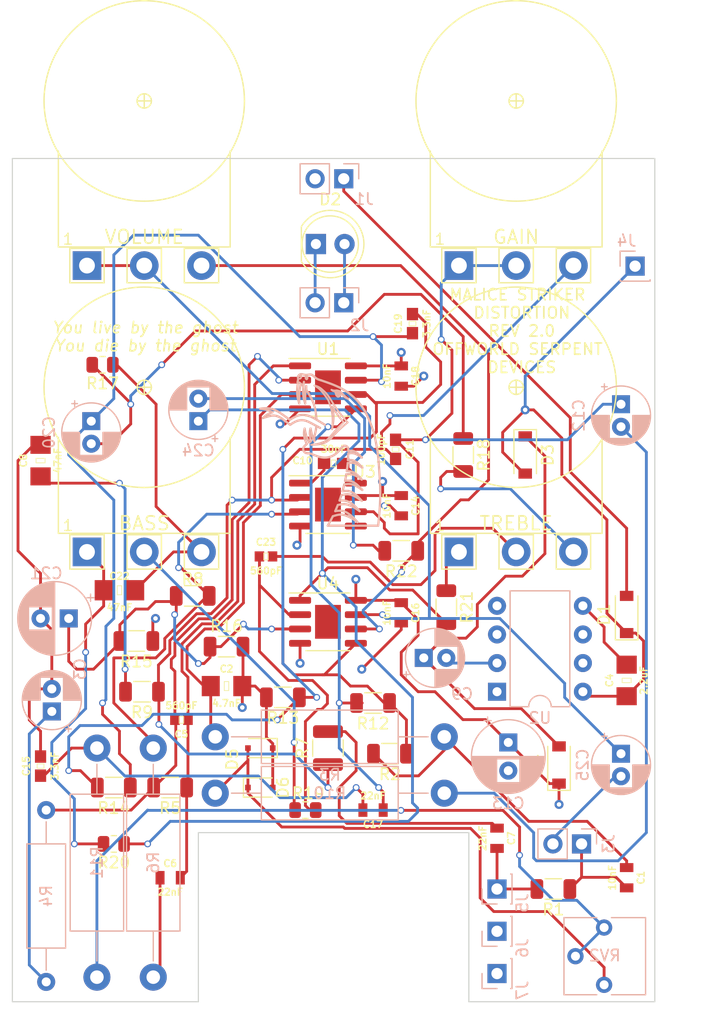
<source format=kicad_pcb>
(kicad_pcb (version 20211014) (generator pcbnew)
  (layers (0 "F.Cu" signal) (1 "In1.Cu" power) (2 "In2.Cu" power) (31 "B.Cu" signal) (34 "B.Paste" user) (35 "F.Paste" user) (36 "B.SilkS" user "B.Silkscreen") (37 "F.SilkS" user "F.Silkscreen") (38 "B.Mask" user) (39 "F.Mask" user) (44 "Edge.Cuts" user))
  (net 0 "")
  (net 1 "Net-(BASS1-Pad3)")
  (net 2 "Net-(BASS1-Pad2)")
  (net 3 "Net-(BASS1-Pad1)")
  (net 4 "Net-(C1-Pad1)")
  (net 5 "Net-(C3-Pad1)")
  (net 6 "Net-(C5-Pad2)")
  (net 7 "Net-(C6-Pad1)")
  (net 8 "Net-(C10-Pad2)")
  (net 9 "Net-(C10-Pad1)")
  (net 10 "Net-(C11-Pad2)")
  (net 11 "Net-(C11-Pad1)")
  (net 12 "OUTPUT")
  (net 13 "INPUT")
  (net 14 "LED-AN")
  (net 15 "LED-CAT")
  (net 16 "OP07V+")
  (net 17 "Net-(C2-Pad1)")
  (net 18 "Net-(C5-Pad1)")
  (net 19 "Net-(C7-Pad1)")
  (net 20 "Net-(C8-Pad1)")
  (net 21 "Net-(C9-Pad2)")
  (net 22 "Net-(C9-Pad1)")
  (net 23 "Net-(C12-Pad2)")
  (net 24 "Net-(C15-Pad1)")
  (net 25 "Net-(C17-Pad1)")
  (net 26 "Net-(C19-Pad2)")
  (net 27 "Net-(C19-Pad1)")
  (net 28 "Net-(C20-Pad2)")
  (net 29 "VREF")
  (net 30 "Net-(C23-Pad2)")
  (net 31 "Net-(C23-Pad1)")
  (net 32 "Net-(C24-Pad2)")
  (net 33 "Net-(C24-Pad1)")
  (net 34 "Net-(C25-Pad1)")
  (net 35 "9V")
  (net 36 "Net-(D5-Pad1)")
  (net 37 "Net-(R6-Pad1)")
  (net 38 "Net-(R11-Pad2)")
  (net 39 "Net-(R18-Pad2)")
  (net 40 "Net-(R21-Pad1)")
  (net 41 "Net-(R22-Pad1)")
  (net 42 "Net-(U2-Pad4)")
  (net 43 "Net-(U2-Pad7)")
  (net 44 "Net-(U2-Pad6)")
  (net 45 "Net-(U2-Pad1)")
  (net 46 "Net-(U3-Pad5)")
  (net 47 "Earth")
  (net 48 "9VOUT")
  (footprint "LED_THT:LED_D5.0mm" (layer "F.Cu") (at 44.93 41.79)
    (fp_text reference "D2")
    (fp_text value "LED")
  )
  (footprint "clholm-kicad-lib:16MM_T.MOUNT" (layer "F.Cu") (at 29.7 69.1)
    (fp_text reference "BASS")
    (fp_text value "100k-A")
  )
  (footprint "Capacitors:0805" (layer "F.Cu") (at 72.5 98 -90)
    (fp_text reference "C1")
    (fp_text value "10nF")
  )
  (footprint "Capacitors:1206" (layer "F.Cu") (at 37 81)
    (fp_text reference "C2")
    (fp_text value "4.7nF")
  )
  (footprint "Capacitors:1206" (layer "F.Cu") (at 72.5 80.5 90)
    (fp_text reference "C4")
    (fp_text value "2.2uF")
  )
  (footprint "Capacitors:0402" (layer "F.Cu") (at 33 84 180)
    (fp_text reference "C5")
    (fp_text value "560pF")
  )
  (footprint "Capacitors:0805" (layer "F.Cu") (at 32 98)
    (fp_text reference "C6")
    (fp_text value "22nF")
  )
  (footprint "Capacitors:0805" (layer "F.Cu") (at 61 94.5 -90)
    (fp_text reference "C7")
    (fp_text value "22nF")
  )
  (footprint "Capacitors:1206" (layer "F.Cu") (at 20.5 61 90)
    (fp_text reference "C8")
    (fp_text value "47nF")
  )
  (footprint "Capacitors:0603" (layer "F.Cu") (at 46.5 61.25 180)
    (fp_text reference "C10")
    (fp_text value "30pF")
  )
  (footprint "Capacitors:0603" (layer "F.Cu") (at 52 60 -90)
    (fp_text reference "C11")
    (fp_text value "100pF")
  )
  (footprint "Capacitors:0805" (layer "F.Cu") (at 52.5 65 -90)
    (fp_text reference "C14")
    (fp_text value "10nF")
  )
  (footprint "Capacitors:0603" (layer "F.Cu") (at 20.5 88.09836 90)
    (fp_text reference "C15")
    (fp_text value "3.3nF")
  )
  (footprint "Capacitors:0805" (layer "F.Cu") (at 52.5 74.5 -90)
    (fp_text reference "C16")
    (fp_text value "10nF")
  )
  (footprint "Capacitors:0805" (layer "F.Cu") (at 50 92 180)
    (fp_text reference "C17")
    (fp_text value "22nF")
  )
  (footprint "Capacitors:0805" (layer "F.Cu") (at 52.5 53.5 -90)
    (fp_text reference "C18")
    (fp_text value "10nF")
  )
  (footprint "Capacitors:0603" (layer "F.Cu") (at 53.5 48.84836 90)
    (fp_text reference "C19")
    (fp_text value "3.3nF")
  )
  (footprint "Capacitors:1206" (layer "F.Cu") (at 27.5 72.5)
    (fp_text reference "C22")
    (fp_text value "47nF")
  )
  (footprint "Capacitors:0402" (layer "F.Cu") (at 40.5 69.5)
    (fp_text reference "C23")
    (fp_text value "560pF")
  )
  (footprint "Diode_SMD:D_SOD-123" (layer "F.Cu") (at 72.5 74.65 90)
    (fp_text reference "D1")
    (fp_text value "1N5817")
  )
  (footprint "Diode_SMD:D_SOD-123" (layer "F.Cu") (at 63.5 60.5 -90)
    (fp_text reference "D3")
    (fp_text value "1N5817")
  )
  (footprint "Diode_SMD:D_SOD-123" (layer "F.Cu") (at 66.5 88 90)
    (fp_text reference "D4")
    (fp_text value "1N5817")
  )
  (footprint "Diode_SMD:D_SOD-323F" (layer "F.Cu") (at 40 90)
    (fp_text reference "D5")
    (fp_text value "1N914")
  )
  (footprint "Diode_SMD:D_SOD-323F" (layer "F.Cu") (at 40 86.5 180)
    (fp_text reference "D6")
    (fp_text value "1N914")
  )
  (footprint "clholm-kicad-lib:16MM_T.MOUNT" (layer "F.Cu") (at 62.7 43.7)
    (fp_text reference "GAIN")
    (fp_text value "1M-A" hide)
  )
  (footprint "Resistor_SMD:R_1206_3216Metric" (layer "F.Cu") (at 66 99 180)
    (fp_text reference "R1")
    (fp_text value "2.2M")
  )
  (footprint "Resistor_SMD:R_1206_3216Metric" (layer "F.Cu") (at 51.5 87 180)
    (fp_text reference "R2")
    (fp_text value "2.2M")
  )
  (footprint "Resistor_SMD:R_1206_3216Metric" (layer "F.Cu") (at 32 90 180)
    (fp_text reference "R5")
    (fp_text value "10k")
  )
  (footprint "Resistor_SMD:R_1210_3225Metric" (layer "F.Cu") (at 46 86.5 90)
    (fp_text reference "R7")
    (fp_text value "4.7k")
  )
  (footprint "Resistor_SMD:R_1206_3216Metric" (layer "F.Cu") (at 34 73)
    (fp_text reference "R8")
    (fp_text value "2.2M")
  )
  (footprint "Resistor_SMD:R_1206_3216Metric" (layer "F.Cu") (at 29.5 81.5 180)
    (fp_text reference "R9")
    (fp_text value "56k")
  )
  (footprint "Resistor_SMD:R_1206_3216Metric" (layer "F.Cu") (at 50 82.5 180)
    (fp_text reference "R12")
    (fp_text value "2.2M")
  )
  (footprint "Resistor_SMD:R_1206_3216Metric" (layer "F.Cu") (at 42 82 180)
    (fp_text reference "R13")
    (fp_text value "2.2M")
  )
  (footprint "Resistor_SMD:R_1206_3216Metric" (layer "F.Cu") (at 27 90 180)
    (fp_text reference "R14")
    (fp_text value "10k")
  )
  (footprint "Resistor_SMD:R_1206_3216Metric" (layer "F.Cu") (at 29 77 180)
    (fp_text reference "R15")
    (fp_text value "100k")
  )
  (footprint "Resistor_SMD:R_1206_3216Metric" (layer "F.Cu") (at 37 77.5)
    (fp_text reference "R16")
    (fp_text value "100k")
  )
  (footprint "Resistor_SMD:R_0805_2012Metric" (layer "F.Cu") (at 26 52.5 180)
    (fp_text reference "R17")
    (fp_text value "22k")
  )
  (footprint "Resistor_SMD:R_1206_3216Metric" (layer "F.Cu") (at 58 60.5 -90)
    (fp_text reference "R18")
    (fp_text value "10k")
  )
  (footprint "Resistor_SMD:R_0805_2012Metric" (layer "F.Cu") (at 44 92)
    (fp_text reference "R19")
    (fp_text value "22k")
  )
  (footprint "Resistor_SMD:R_0805_2012Metric" (layer "F.Cu") (at 27 95 180)
    (fp_text reference "R20")
    (fp_text value "22k")
  )
  (footprint "Resistor_SMD:R_1206_3216Metric" (layer "F.Cu") (at 56.5 74 -90)
    (fp_text reference "R21")
    (fp_text value "10k")
  )
  (footprint "Resistor_SMD:R_1206_3216Metric" (layer "F.Cu") (at 52.5 69 180)
    (fp_text reference "R22")
    (fp_text value "100k")
  )
  (footprint "clholm-kicad-lib:16MM_T.MOUNT" (layer "F.Cu") (at 62.7 69.1)
    (fp_text reference "TREBLE")
    (fp_text value "100k-A")
  )
  (footprint "Package_SO:SOIC-8-1EP_3.9x4.9mm_P1.27mm_EP2.29x3mm" (layer "F.Cu") (at 46 54.5)
    (fp_text reference "U1")
    (fp_text value "TL072")
  )
  (footprint "Package_SO:SOIC-8-1EP_3.9x4.9mm_P1.27mm_EP2.29x3mm" (layer "F.Cu") (at 46 64.9)
    (fp_text reference "U3")
    (fp_text value "OP07")
  )
  (footprint "Package_SO:SOIC-8-1EP_3.9x4.9mm_P1.27mm_EP2.29x3mm" (layer "F.Cu") (at 46 75.3)
    (fp_text reference "U4")
    (fp_text value "TL072")
  )
  (footprint "clholm-kicad-lib:16MM_T.MOUNT" (layer "F.Cu") (at 29.7 43.7)
    (fp_text reference "VOLUME")
    (fp_text value "100k-A")
  )
  (footprint "Capacitor_THT:CP_Radial_D5.0mm_P2.00mm" (layer "B.Cu") (at 21.5 83.25 90)
    (fp_text reference "C3")
    (fp_text value "4.7uF-bi")
  )
  (footprint "Capacitor_THT:CP_Radial_D5.0mm_P2.00mm" (layer "B.Cu") (at 54.5 78.5)
    (fp_text reference "C9")
    (fp_text value "10uF")
  )
  (footprint "Capacitor_THT:CP_Radial_D5.0mm_P2.00mm" (layer "B.Cu") (at 72 56 -90)
    (fp_text reference "C12")
    (fp_text value "4.7uF-bi")
  )
  (footprint "Capacitor_THT:CP_Radial_D6.3mm_P2.50mm" (layer "B.Cu") (at 62 86 -90)
    (fp_text reference "C13")
    (fp_text value "100uF")
  )
  (footprint "Capacitor_THT:CP_Radial_D5.0mm_P2.00mm" (layer "B.Cu") (at 25 57.5 -90)
    (fp_text reference "C20")
    (fp_text value "4.7uF-bi")
  )
  (footprint "Capacitor_THT:CP_Radial_D6.3mm_P2.50mm" (layer "B.Cu") (at 23 75 180)
    (fp_text reference "C21")
    (fp_text value "100uF")
  )
  (footprint "Capacitor_THT:CP_Radial_D5.0mm_P2.00mm" (layer "B.Cu") (at 34.5 57.5 90)
    (fp_text reference "C24")
    (fp_text value "4.7uF-bi")
  )
  (footprint "Capacitor_THT:CP_Radial_D5.0mm_P2.00mm" (layer "B.Cu") (at 72 87 -90)
    (fp_text reference "C25")
    (fp_text value "4.7uF-bi")
  )
  (footprint "Connector_PinSocket_2.54mm:PinSocket_1x02_P2.54mm_Vertical" (layer "B.Cu") (at 47.4 36 90)
    (fp_text reference "J1")
    (fp_text value "Conn_01x02_Female")
  )
  (footprint "Connector_PinSocket_2.54mm:PinSocket_1x02_P2.54mm_Vertical" (layer "B.Cu") (at 47.4 47 90)
    (fp_text reference "J2")
    (fp_text value "Conn_01x02_Female")
  )
  (footprint "Connector_PinSocket_2.54mm:PinSocket_1x02_P2.54mm_Vertical" (layer "B.Cu") (at 68.5 95 90)
    (fp_text reference "J3")
    (fp_text value "Conn_01x02_Female")
  )
  (footprint "Resistor_THT:R_Axial_DIN0414_L11.9mm_D4.5mm_P20.32mm_Horizontal" (layer "B.Cu") (at 36 85.5)
    (fp_text reference "R3")
    (fp_text value "1k")
  )
  (footprint "Resistor_THT:R_Axial_DIN0309_L9.0mm_D3.2mm_P15.24mm_Horizontal" (layer "B.Cu") (at 21 92 -90)
    (fp_text reference "R4")
    (fp_text value "2.2k")
  )
  (footprint "Resistor_THT:R_Axial_DIN0414_L11.9mm_D4.5mm_P20.32mm_Horizontal" (layer "B.Cu") (at 30.5 86.5 -90)
    (fp_text reference "R6")
    (fp_text value "1k")
  )
  (footprint "Resistor_THT:R_Axial_DIN0414_L11.9mm_D4.5mm_P20.32mm_Horizontal" (layer "B.Cu") (at 36 90.5)
    (fp_text reference "R10")
    (fp_text value "1k")
  )
  (footprint "Resistor_THT:R_Axial_DIN0414_L11.9mm_D4.5mm_P20.32mm_Horizontal" (layer "B.Cu") (at 25.5 86.5 -90)
    (fp_text reference "R11")
    (fp_text value "1k")
  )
  (footprint "Potentiometer_THT:Potentiometer_Vishay_T73YP_Vertical" (layer "B.Cu") (at 70.5 107.5 180)
    (fp_text reference "RV2")
    (fp_text value "100k-TRIM")
  )
  (footprint "Package_DIP:DIP-8_W7.62mm" (layer "B.Cu") (at 61 81.5)
    (fp_text reference "U2")
    (fp_text value "LT1054")
  )
  (footprint "Connector_PinSocket_2.54mm:PinSocket_1x01_P2.54mm_Vertical" (layer "B.Cu") (at 73.25 43.75 180)
    (fp_text reference "J4")
    (fp_text value "Conn_01x01_Female")
  )
  (footprint "Connector_PinSocket_2.54mm:PinSocket_1x01_P2.54mm_Vertical" (layer "B.Cu") (at 61 99 -90)
    (fp_text reference "J5")
    (fp_text value "GNDOUT")
  )
  (footprint "Connector_PinSocket_2.54mm:PinSocket_1x01_P2.54mm_Vertical" (layer "B.Cu") (at 61 102.75 -90)
    (fp_text reference "J6")
    (fp_text value "INPUTGND")
  )
  (footprint "Connector_PinSocket_2.54mm:PinSocket_1x01_P2.54mm_Vertical" (layer "B.Cu") (at 61 106.5 -90)
    (fp_text reference "J7")
    (fp_text value "OUTPUTGND")
  )
  (gr_line (start 46.548174 54.780114) (end 46.310316 54.720024) (layer "B.SilkS") (width 0.15))
  (gr_line (start 46.616547 54.863942) (end 46.905585 54.982702) (layer "B.SilkS") (width 0.15))
  (gr_line (start 46.616547 54.863942) (end 46.738903 55.205359) (layer "B.SilkS") (width 0.15))
  (gr_line (start 43.569177 53.707396) (end 43.525891 53.726146) (layer "B.SilkS") (width 0.15))
  (gr_curve (pts (xy 46.805194 55.068904) (xy 46.814161 55.074425) (xy 46.824572 55.077812) (xy 46.834994 55.077783)) (layer "B.SilkS") (width 0.17))
  (gr_curve (pts (xy 48.531402 62.378758) (xy 48.384488 62.299428) (xy 48.22664 62.23487) (xy 48.063926 62.210815)) (layer "B.SilkS") (width 0.2))
  (gr_curve (pts (xy 46.459902 54.819975) (xy 46.40585 54.795268) (xy 46.358083 54.757646) (xy 46.310316 54.720024)) (layer "B.SilkS") (width 0.17))
  (gr_curve (pts (xy 47.394492 57.583169) (xy 47.274037 57.454899) (xy 47.153582 57.326628) (xy 47.043727 57.189758)) (layer "B.SilkS") (width 0.17))
  (gr_curve (pts (xy 44.545367 55.517669) (xy 44.674169 55.77718) (xy 44.774243 56.052539) (xy 44.842206 56.334181)) (layer "B.SilkS") (width 0.2))
  (gr_curve (pts (xy 44.891501 58.468761) (xy 44.874629 58.548893) (xy 44.856129 58.628683) (xy 44.83422 58.70756)) (layer "B.SilkS") (width 0.2))
  (gr_curve (pts (xy 43.525891 53.726146) (xy 43.511118 53.725932) (xy 43.496255 53.71807) (xy 43.485273 53.707396)) (layer "B.SilkS") (width 0.0036))
  (gr_curve (pts (xy 43.331031 54.055393) (xy 43.303712 54.277302) (xy 43.276393 54.499211) (xy 43.268571 54.72294)) (layer "B.SilkS") (width 0.2))
  (gr_curve (pts (xy 43.339639 53.634574) (xy 43.341233 53.674473) (xy 43.353086 53.713412) (xy 43.36494 53.75235)) (layer "B.SilkS") (width 0.2))
  (gr_curve (pts (xy 43.977353 55.397256) (xy 43.978461 55.218729) (xy 43.983674 55.040005) (xy 44.001308 54.86259)) (layer "B.SilkS") (width 0.2))
  (gr_curve (pts (xy 47.316543 55.215485) (xy 47.240759 55.14966) (xy 47.162866 55.087189) (xy 47.084972 55.024718)) (layer "B.SilkS") (width 0.17))
  (gr_curve (pts (xy 47.592221 62.404993) (xy 47.580697 62.469831) (xy 47.568588 62.534567) (xy 47.555918 62.599191)) (layer "B.SilkS") (width 0.2))
  (gr_curve (pts (xy 47.551646 55.40686) (xy 47.467531 55.35193) (xy 47.393114 55.281995) (xy 47.316543 55.215485)) (layer "B.SilkS") (width 0.17))
  (gr_curve (pts (xy 48.063926 62.210815) (xy 47.920353 62.189591) (xy 47.772992 62.199901) (xy 47.625631 62.210212)) (layer "B.SilkS") (width 0.2))
  (gr_curve (pts (xy 43.829715 54.28426) (xy 43.824634 54.328126) (xy 43.820233 54.372067) (xy 43.815831 54.416008)) (layer "B.SilkS") (width 0.2))
  (gr_curve (pts (xy 46.641171 56.220573) (xy 46.973456 56.725371) (xy 47.357445 57.168727) (xy 47.741434 57.612082)) (layer "B.SilkS") (width 0.17))
  (gr_curve (pts (xy 46.139086 66.496658) (xy 46.08766 66.589107) (xy 46.034905 66.680806) (xy 45.982149 66.772506)) (layer "B.SilkS") (width 0.2))
  (gr_curve (pts (xy 47.088632 55.059597) (xy 47.088938 55.065583) (xy 47.089098 55.071573) (xy 47.0891 55.077571)) (layer "B.SilkS") (width 0.0036))
  (gr_curve (pts (xy 47.799917 59.988458) (xy 47.800708 60.007089) (xy 47.80026 60.025651) (xy 47.800088 60.044231)) (layer "B.SilkS") (width 0.0036))
  (gr_line (start 50.166365 58.920306) (end 50.094081 58.587821) (layer "B.SilkS") (width 0.2))
  (gr_curve (pts (xy 46.982211 54.965575) (xy 46.993021 54.991168) (xy 46.998168 55.017982) (xy 46.998168 55.045038)) (layer "B.SilkS") (width 0.17))
  (gr_curve (pts (xy 47.223868 59.834132) (xy 47.251634 59.798125) (xy 47.2794 59.762118) (xy 47.315183 59.735734)) (layer "B.SilkS") (width 0.2))
  (gr_curve (pts (xy 45.142089 53.796596) (xy 45.065036 53.764029) (xy 44.991472 53.72178) (xy 44.924983 53.671246)) (layer "B.SilkS") (width 0.2))
  (gr_curve (pts (xy 44.097516 54.765152) (xy 44.256529 55.010624) (xy 44.415542 55.256096) (xy 44.545367 55.517669)) (layer "B.SilkS") (width 0.2))
  (gr_curve (pts (xy 46.855187 54.891559) (xy 46.858007 54.890783) (xy 46.860826 54.890007) (xy 46.863685 54.889394)) (layer "B.SilkS") (width 0.17))
  (gr_curve (pts (xy 46.834994 55.077783) (xy 46.847705 55.077747) (xy 46.860432 55.072631) (xy 46.870624 55.064802)) (layer "B.SilkS") (width 0.0036))
  (gr_curve (pts (xy 46.905585 54.982702) (xy 46.905569 54.969103) (xy 46.903378 54.95559) (xy 46.899001 54.942525)) (layer "B.SilkS") (width 0.0036))
  (gr_curve (pts (xy 44.535364 53.377853) (xy 44.496453 53.367016) (xy 44.456227 53.361513) (xy 44.416053 53.361128)) (layer "B.SilkS") (width 0.2))
  (gr_curve (pts (xy 48.115359 61.9881) (xy 48.293482 62.04324) (xy 48.457041 62.150413) (xy 48.601134 62.274046)) (layer "B.SilkS") (width 0.2))
  (gr_curve (pts (xy 44.086044 53.509315) (xy 44.101563 53.514083) (xy 44.117082 53.518851) (xy 44.129331 53.528066)) (layer "B.SilkS") (width 0.0036))
  (gr_curve (pts (xy 44.363156 53.363103) (xy 44.205459 53.38749) (xy 44.145708 53.395816) (xy 44.085525 53.398162)) (layer "B.SilkS") (width 0.2))
  (gr_curve (pts (xy 44.16268 53.577334) (xy 44.18065 53.669689) (xy 44.178737 53.69323) (xy 44.172588 53.715955)) (layer "B.SilkS") (width 0.17))
  (gr_curve (pts (xy 46.74236 54.942128) (xy 46.751594 54.923583) (xy 46.763534 54.90647) (xy 46.775474 54.889357)) (layer "B.SilkS") (width 0.17))
  (gr_curve (pts (xy 46.764764 55.033063) (xy 46.764982 55.029145) (xy 46.765301 55.02523) (xy 46.765758 55.021333)) (layer "B.SilkS") (width 0.0036))
  (gr_line (start 43.563038 54.279039) (end 43.444463 54.070421) (layer "B.SilkS") (width 0.0036))
  (gr_curve (pts (xy 44.129331 53.528066) (xy 44.144779 53.539687) (xy 44.155026 53.558381) (xy 44.16268 53.577334)) (layer "B.SilkS") (width 0.17))
  (gr_curve (pts (xy 47.769797 60.959667) (xy 47.910096 60.951593) (xy 48.050394 60.943519) (xy 48.183092 60.97299)) (layer "B.SilkS") (width 0.2))
  (gr_curve (pts (xy 44.416053 53.361128) (xy 44.398402 53.360959) (xy 44.380761 53.361778) (xy 44.363156 53.363103)) (layer "B.SilkS") (width 0.2))
  (gr_curve (pts (xy 46.781724 58.478619) (xy 46.456409 58.817105) (xy 46.154827 59.20555) (xy 45.759386 59.398167)) (layer "B.SilkS") (width 0.17))
  (gr_curve (pts (xy 44.795401 59.270042) (xy 44.742723 59.158937) (xy 44.690045 59.047832) (xy 44.647478 58.93287)) (layer "B.SilkS") (width 0.2))
  (gr_curve (pts (xy 44.647478 58.93287) (xy 44.601341 58.80827) (xy 44.567082 58.67914) (xy 44.537391 58.549292)) (layer "B.SilkS") (width 0.2))
  (gr_curve (pts (xy 44.370082 60.363479) (xy 44.435591 60.373475) (xy 44.500301 60.391219) (xy 44.562332 60.414989)) (layer "B.SilkS") (width 0.2))
  (gr_curve (pts (xy 47.625631 62.210212) (xy 47.61469 62.275173) (xy 47.603748 62.340134) (xy 47.592221 62.404993)) (layer "B.SilkS") (width 0.2))
  (gr_curve (pts (xy 43.852347 55.466502) (xy 43.884994 55.629163) (xy 43.933798 55.78815) (xy 43.982603 55.947138)) (layer "B.SilkS") (width 0.2))
  (gr_curve (pts (xy 44.525018 59.599733) (xy 44.957519 59.544031) (xy 45.39002 59.488329) (xy 45.73369 59.279306)) (layer "B.SilkS") (width 0.17))
  (gr_curve (pts (xy 43.626671 53.329884) (xy 43.590381 53.330676) (xy 43.553861 53.339945) (xy 43.520177 53.354963)) (layer "B.SilkS") (width 0.2))
  (gr_curve (pts (xy 44.409071 59.350141) (xy 44.387719 59.366618) (xy 44.365723 59.382232) (xy 44.343726 59.397846)) (layer "B.SilkS") (width 0.0036))
  (gr_curve (pts (xy 43.81581 54.416453) (xy 43.805332 54.596026) (xy 43.794854 54.7756) (xy 43.798605 54.955537)) (layer "B.SilkS") (width 0.2))
  (gr_curve (pts (xy 47.800088 60.044231) (xy 47.799915 60.06281) (xy 47.800018 60.081407) (xy 47.8 60.1)) (layer "B.SilkS") (width 0.2))
  (gr_curve (pts (xy 47.315183 59.735734) (xy 47.350196 59.709918) (xy 47.392884 59.693315) (xy 47.436681 59.685812)) (layer "B.SilkS") (width 0.2))
  (gr_curve (pts (xy 46.03024 55.635798) (xy 45.863027 55.392323) (xy 45.695815 55.148847) (xy 45.501575 54.918733)) (layer "B.SilkS") (width 0.17))
  (gr_curve (pts (xy 46.765758 55.021333) (xy 46.766206 55.017504) (xy 46.766787 55.013692) (xy 46.767367 55.00988)) (layer "B.SilkS") (width 0.0036))
  (gr_curve (pts (xy 46.310316 54.720024) (xy 46.388972 54.747643) (xy 46.467627 54.775262) (xy 46.548174 54.780114)) (layer "B.SilkS") (width 0.0036))
  (gr_curve (pts (xy 43.816119 54.123059) (xy 43.832261 54.086979) (xy 43.85025 54.051755) (xy 43.86824 54.016531)) (layer "B.SilkS") (width 0.0036))
  (gr_curve (pts (xy 46.499391 56.897232) (xy 46.514533 57.116805) (xy 46.502959 57.338888) (xy 46.476122 57.558098)) (layer "B.SilkS") (width 0.17))
  (gr_curve (pts (xy 42.780403 57.728583) (xy 42.959723 57.621448) (xy 43.139043 57.514313) (xy 43.338174 57.458343)) (layer "B.SilkS") (width 0.2))
  (gr_curve (pts (xy 48.17221 60.125938) (xy 48.335628 60.148899) (xy 48.489404 60.245857) (xy 48.623177 60.355661)) (layer "B.SilkS") (width 0.2))
  (gr_curve (pts (xy 47.602867 64.569098) (xy 47.844426 64.625988) (xy 48.06749 64.769197) (xy 48.263074 64.933478)) (layer "B.SilkS") (width 0.2))
  (gr_curve (pts (xy 46.548174 54.780114) (xy 46.621041 54.784503) (xy 46.695456 54.77026) (xy 46.769963 54.771948)) (layer "B.SilkS") (width 0.17))
  (gr_curve (pts (xy 47.8 60.1) (xy 47.799982 60.118589) (xy 47.799844 60.137174) (xy 47.799705 60.155759)) (layer "B.SilkS") (width 0.0036))
  (gr_curve (pts (xy 46.289142 66.21755) (xy 46.240459 66.311293) (xy 46.190435 66.404349) (xy 46.139086 66.496658)) (layer "B.SilkS") (width 0.2))
  (gr_line (start 42.672157 57.341213) (end 42.62233 57.379948) (layer "B.SilkS") (width 0.0036))
  (gr_curve (pts (xy 45.501575 54.918733) (xy 45.32637 54.71117) (xy 45.129175 54.514478) (xy 44.8 54.35)) (layer "B.SilkS") (width 0.17))
  (gr_curve (pts (xy 50.383204 60.146886) (xy 50.353276 59.94248) (xy 50.320073 59.738532) (xy 50.283592 59.535193)) (layer "B.SilkS") (width 0.2))
  (gr_curve (pts (xy 44.795584 58.826782) (xy 44.788101 58.846095) (xy 44.780014 58.865166) (xy 44.771927 58.884238)) (layer "B.SilkS") (width 0.0036))
  (gr_curve (pts (xy 46.872394 54.888058) (xy 46.875349 54.887783) (xy 46.878318 54.887692) (xy 46.881286 54.887601)) (layer "B.SilkS") (width 0.0036))
  (gr_curve (pts (xy 46.895948 55.030692) (xy 46.90248 55.015527) (xy 46.905605 54.999052) (xy 46.905585 54.982702)) (layer "B.SilkS") (width 0.17))
  (gr_curve (pts (xy 44.470991 59.298302) (xy 44.451053 59.316389) (xy 44.430383 59.333695) (xy 44.343726 59.397846)) (layer "B.SilkS") (width 0.2))
  (gr_line (start 43.591655 54.181525) (end 43.591698 54.181482) (layer "B.SilkS") (width 0.0036))
  (gr_curve (pts (xy 47.781649 60.762337) (xy 47.778089 60.828136) (xy 47.773943 60.893902) (xy 47.769797 60.959667)) (layer "B.SilkS") (width 0.2))
  (gr_curve (pts (xy 44.045417 53.528066) (xy 44.056385 53.518718) (xy 44.071214 53.514016) (xy 44.086044 53.509315)) (layer "B.SilkS") (width 0.17))
  (gr_curve (pts (xy 44.172588 53.715955) (xy 44.135302 53.775897) (xy 44.120439 53.783758) (xy 44.105666 53.783973)) (layer "B.SilkS") (width 0.17))
  (gr_curve (pts (xy 46.767367 55.00988) (xy 46.771219 55.022027) (xy 46.77507 55.034175) (xy 46.781659 55.044935)) (layer "B.SilkS") (width 0.0036))
  (gr_line (start 43.444463 54.070421) (end 43.591655 54.181461) (layer "B.SilkS") (width 0.2))
  (gr_curve (pts (xy 47.570767 59.691596) (xy 47.614202 59.703216) (xy 47.655154 59.724623) (xy 47.689805 59.753636)) (layer "B.SilkS") (width 0.2))
  (gr_curve (pts (xy 44.023747 58.612812) (xy 43.988163 58.462911) (xy 43.958798 58.312229) (xy 43.929432 58.161546)) (layer "B.SilkS") (width 0.2))
  (gr_curve (pts (xy 47.130378 64.228901) (xy 47.11326 64.28098) (xy 47.095762 64.332935) (xy 47.077878 64.384755)) (layer "B.SilkS") (width 0.2))
  (gr_curve (pts (xy 46.713244 55.077571) (xy 46.71327 55.053471) (xy 46.715856 55.029468) (xy 46.720888 55.005849)) (layer "B.SilkS") (width 0.0036))
  (gr_curve (pts (xy 44.736833 57.221114) (xy 44.511382 57.117042) (xy 44.285932 57.012971) (xy 44.043728 56.969432)) (layer "B.SilkS") (width 0.2))
  (gr_curve (pts (xy 46.432321 65.935324) (xy 46.385041 66.029628) (xy 46.33776 66.123932) (xy 46.289142 66.21755)) (layer "B.SilkS") (width 0.2))
  (gr_curve (pts (xy 47.436681 59.685812) (xy 47.481431 59.678146) (xy 47.52734 59.679979) (xy 47.570767 59.691596)) (layer "B.SilkS") (width 0.2))
  (gr_curve (pts (xy 43.849211 59.78765) (xy 43.83172 59.827431) (xy 43.814228 59.867212) (xy 43.80561 59.909543)) (layer "B.SilkS") (width 0.2))
  (gr_curve (pts (xy 48.999006 62.683455) (xy 48.847739 62.575673) (xy 48.696473 62.467891) (xy 48.531402 62.378758)) (layer "B.SilkS") (width 0.2))
  (gr_curve (pts (xy 48.263074 64.933478) (xy 48.464149 65.102373) (xy 48.636179 65.29354) (xy 48.80821 65.484708)) (layer "B.SilkS") (width 0.2))
  (gr_curve (pts (xy 47.790576 60.564706) (xy 47.788187 60.630607) (xy 47.785212 60.696489) (xy 47.781649 60.762337)) (layer "B.SilkS") (width 0.2))
  (gr_curve (pts (xy 46.720888 55.005849) (xy 46.725578 54.98383) (xy 46.732393 54.962145) (xy 46.74236 54.942128)) (layer "B.SilkS") (width 0.17))
  (gr_curve (pts (xy 46.863685 54.889394) (xy 46.866557 54.888779) (xy 46.869469 54.888329) (xy 46.872394 54.888058)) (layer "B.SilkS") (width 0.0036))
  (gr_line (start 43.591698 54.181482) (end 43.63238 54.222207) (layer "B.SilkS") (width 0.2))
  (gr_curve (pts (xy 47.796573 60.366811) (xy 47.79477 60.432783) (xy 47.792967 60.498754) (xy 47.790576 60.564706)) (layer "B.SilkS") (width 0.2))
  (gr_curve (pts (xy 47.548026 55.324615) (xy 47.631004 55.399751) (xy 47.810098 55.536781) (xy 47.810098 55.536781)) (layer "B.SilkS") (width 0.17))
  (gr_curve (pts (xy 46.881286 55.202475) (xy 46.860233 55.202472) (xy 46.83918 55.193956) (xy 46.822315 55.180981)) (layer "B.SilkS") (width 0.17))
  (gr_curve (pts (xy 46.901204 55.330766) (xy 46.867334 55.330771) (xy 46.833462 55.317074) (xy 46.738903 55.205359)) (layer "B.SilkS") (width 0.17))
  (gr_curve (pts (xy 48.623177 60.355661) (xy 48.763392 60.470752) (xy 48.881633 60.599957) (xy 48.999873 60.729163)) (layer "B.SilkS") (width 0.2))
  (gr_curve (pts (xy 43.449108 55.343408) (xy 43.450839 55.152878) (xy 43.457229 54.962056) (xy 43.479582 54.773218)) (layer "B.SilkS") (width 0.2))
  (gr_curve (pts (xy 44.068814 54.386904) (xy 44.068227 54.42968) (xy 44.06764 54.472456) (xy 44.068559 54.515255)) (layer "B.SilkS") (width 0.2))
  (gr_curve (pts (xy 44.398325 58.494853) (xy 44.390198 58.615889) (xy 44.401449 58.738852) (xy 44.398325 58.494853)) (layer "B.SilkS") (width 0.2))
  (gr_curve (pts (xy 47.395991 63.315747) (xy 47.379088 63.383186) (xy 47.361556 63.45047) (xy 47.343385 63.517579)) (layer "B.SilkS") (width 0.2))
  (gr_curve (pts (xy 43.618812 53.588817) (xy 43.617112 53.612392) (xy 43.611683 53.636054) (xy 43.60252 53.658128)) (layer "B.SilkS") (width 0.0036))
  (gr_curve (pts (xy 46.80633 55.296195) (xy 46.775934 55.272804) (xy 46.753999 55.240399) (xy 46.738903 55.205359)) (layer "B.SilkS") (width 0.0036))
  (gr_curve (pts (xy 43.869967 58.578136) (xy 43.866575 58.728468) (xy 43.892115 58.880343) (xy 43.93253 59.026461)) (layer "B.SilkS") (width 0.2))
  (gr_curve (pts (xy 47.747954 63.986163) (xy 47.559171 63.979357) (xy 47.370067 64.025903) (xy 47.180963 64.07245)) (layer "B.SilkS") (width 0.2))
  (gr_curve (pts (xy 44.073929 59.535592) (xy 44.057763 59.541517) (xy 44.041441 59.54703) (xy 44.024993 59.552122)) (layer "B.SilkS") (width 0.0036))
  (gr_curve (pts (xy 40.565305 56.353993) (xy 40.368268 56.349304) (xy 40.172597 56.373127) (xy 39.976927 56.396949)) (layer "B.SilkS") (width 0.2))
  (gr_curve (pts (xy 43.502216 53.470239) (xy 43.514466 53.461022) (xy 43.529989 53.456255) (xy 43.545512 53.451488)) (layer "B.SilkS") (width 0.0036))
  (gr_curve (pts (xy 43.933464 60.257966) (xy 43.965191 60.286305) (xy 44.003412 60.308349) (xy 44.043806 60.322093)) (layer "B.SilkS") (width 0.2))
  (gr_curve (pts (xy 48.162133 61.191914) (xy 48.026669 61.177025) (xy 47.888549 61.194679) (xy 47.750429 61.212333)) (layer "B.SilkS") (width 0.2))
  (gr_curve (pts (xy 48.657987 61.232142) (xy 48.803017 61.353551) (xy 48.926877 61.49084) (xy 49.050737 61.62813)) (layer "B.SilkS") (width 0.2))
  (gr_curve (pts (xy 44.737171 53.503219) (xy 44.707865 53.475456) (xy 44.678193 53.447946) (xy 44.64453 53.426155)) (layer "B.SilkS") (width 0.0036))
  (gr_curve (pts (xy 46.982211 55.1245) (xy 46.97283 55.146293) (xy 46.959184 55.166438) (xy 46.940281 55.180981)) (layer "B.SilkS") (width 0.17))
  (gr_curve (pts (xy 40.772585 56.833762) (xy 40.672618 56.879872) (xy 40.576359 56.935042) (xy 40.487144 56.999332)) (layer "B.SilkS") (width 0.2))
  (gr_curve (pts (xy 47.269892 55.04419) (xy 47.362649 55.139509) (xy 47.450831 55.236604) (xy 47.548026 55.324615)) (layer "B.SilkS") (width 0.17))
  (gr_curve (pts (xy 41.165254 56.462406) (xy 40.974013 56.394133) (xy 40.768929 56.358838) (xy 40.565305 56.353993)) (layer "B.SilkS") (width 0.2))
  (gr_curve (pts (xy 46.476122 57.558098) (xy 46.449536 57.775253) (xy 46.407972 57.989587) (xy 46.366408 58.203922)) (layer "B.SilkS") (width 0.17))
  (gr_curve (pts (xy 44.076972 54.641606) (xy 44.082049 54.683022) (xy 44.089825 54.724076) (xy 44.097601 54.76513)) (layer "B.SilkS") (width 0.2))
  (gr_curve (pts (xy 46.780385 55.1245) (xy 46.769571 55.099387) (xy 46.764408 55.072078) (xy 46.764425 55.045038)) (layer "B.SilkS") (width 0.0036))
  (gr_curve (pts (xy 49.050737 61.62813) (xy 48.90707 61.526221) (xy 48.763403 61.424313) (xy 48.605675 61.341153)) (layer "B.SilkS") (width 0.2))
  (gr_curve (pts (xy 47.689805 59.753636) (xy 47.723711 59.782024) (xy 47.751583 59.817694) (xy 47.770061 59.857613)) (layer "B.SilkS") (width 0.2))
  (gr_curve (pts (xy 43.911614 53.387615) (xy 43.852298 53.377777) (xy 43.794314 53.361303) (xy 43.736329 53.34483)) (layer "B.SilkS") (width 0.2))
  (gr_curve (pts (xy 47.741434 57.612082) (xy 47.414535 57.886202) (xy 47.087637 58.160322) (xy 46.781724 58.478619)) (layer "B.SilkS") (width 0.17))
  (gr_curve (pts (xy 43.479582 54.773218) (xy 43.499202 54.607473) (xy 43.53112 54.443256) (xy 43.563038 54.279039)) (layer "B.SilkS") (width 0.2))
  (gr_curve (pts (xy 44.935809 58.228847) (xy 44.92342 58.309207) (xy 44.908264 58.389152) (xy 44.891501 58.468761)) (layer "B.SilkS") (width 0.2))
  (gr_curve (pts (xy 46.393459 56.213901) (xy 46.438508 56.440763) (xy 46.483556 56.667625) (xy 46.499391 56.897232)) (layer "B.SilkS") (width 0.17))
  (gr_curve (pts (xy 44.456523 58.153164) (xy 44.431287 58.26648) (xy 44.40605 58.379796) (xy 44.398325 58.494853)) (layer "B.SilkS") (width 0.2))
  (gr_curve (pts (xy 50.283592 59.535193) (xy 50.246746 59.329816) (xy 50.206556 59.125061) (xy 50.166365 58.920306)) (layer "B.SilkS") (width 0.2))
  (gr_curve (pts (xy 47.700628 61.686332) (xy 47.690784 61.765082) (xy 47.680105 61.843725) (xy 47.669425 61.922367)) (layer "B.SilkS") (width 0.2))
  (gr_curve (pts (xy 44.456523 58.153164) (xy 44.3 58.85) (xy 44.489665 59.115833) (xy 44.470991 59.298302)) (layer "B.SilkS") (width 0.2))
  (gr_curve (pts (xy 50.640423 63.727781) (xy 50.638625 63.211813) (xy 50.617262 62.696153) (xy 50.465746 60.755494)) (layer "B.SilkS") (width 0.2))
  (gr_curve (pts (xy 46.87301 64.939879) (xy 46.848865 65.000323) (xy 46.82472 65.060767) (xy 46.800045 65.120996)) (layer "B.SilkS") (width 0.2))
  (gr_curve (pts (xy 43.668887 54.259118) (xy 43.680983 54.271461) (xy 43.692994 54.283888) (xy 43.704923 54.296392)) (layer "B.SilkS") (width 0.0036))
  (gr_line (start 43.815831 54.416008) (end 43.815789 54.416411) (layer "B.SilkS") (width 0.0036))
  (gr_curve (pts (xy 47.516792 62.792802) (xy 47.685168 62.787418) (xy 47.853544 62.782034) (xy 48.012492 62.820024)) (layer "B.SilkS") (width 0.2))
  (gr_curve (pts (xy 48.576056 63.132008) (xy 48.747576 63.276218) (xy 48.894383 63.43948) (xy 49.041191 63.602742)) (layer "B.SilkS") (width 0.2))
  (gr_curve (pts (xy 50.590647 65.2579) (xy 50.624844 64.748688) (xy 50.642202 64.238083) (xy 50.640423 63.727781)) (layer "B.SilkS") (width 0.2))
  (gr_curve (pts (xy 44.16268 53.577334) (xy 44.17184 53.600017) (xy 44.177285 53.623071) (xy 44.178987 53.646644)) (layer "B.SilkS") (width 0.0036))
  (gr_curve (pts (xy 46.940281 55.180981) (xy 46.923408 55.193961) (xy 46.902347 55.202478) (xy 46.881286 55.202475)) (layer "B.SilkS") (width 0.0036))
  (gr_curve (pts (xy 44.343726 59.397846) (xy 44.276873 59.281211) (xy 44.210019 59.164576) (xy 44.157591 59.041618)) (layer "B.SilkS") (width 0.2))
  (gr_curve (pts (xy 48.46884 64.035108) (xy 48.666576 64.198637) (xy 48.83422 64.382833) (xy 49.001863 64.567029)) (layer "B.SilkS") (width 0.2))
  (gr_curve (pts (xy 40.736553 56.551202) (xy 40.853459 56.596249) (xy 40.964519 56.655603) (xy 41.07558 56.714957)) (layer "B.SilkS") (width 0.2))
  (gr_line (start 43.299895 54.048704) (end 43.331031 54.055393) (layer "B.SilkS") (width 0.0036))
  (gr_curve (pts (xy 48.012492 62.820024) (xy 48.218733 62.869318) (xy 48.409101 62.991637) (xy 48.576056 63.132008)) (layer "B.SilkS") (width 0.2))
  (gr_curve (pts (xy 44.562332 60.414989) (xy 44.624592 60.438846) (xy 44.684152 60.468773) (xy 44.743712 60.4987)) (layer "B.SilkS") (width 0.2))
  (gr_curve (pts (xy 43.798605 54.955537) (xy 43.802178 55.126942) (xy 43.818663 55.298677) (xy 43.852347 55.466502)) (layer "B.SilkS") (width 0.2))
  (gr_curve (pts (xy 44.967295 57.988298) (xy 44.957712 58.068618) (xy 44.948129 58.148938) (xy 44.935809 58.228847)) (layer "B.SilkS") (width 0.2))
  (gr_curve (pts (xy 46.414828 57.315783) (xy 46.409025 57.027866) (xy 46.371962 56.73914) (xy 46.302946 56.459704)) (layer "B.SilkS") (width 0.17))
  (gr_curve (pts (xy 44.8 54.35) (xy 44.662877 54.311605) (xy 45.154874 54.35) (xy 45.531294 54.739119)) (layer "B.SilkS") (width 0.17))
  (gr_curve (pts (xy 43.847202 54.151087) (xy 43.840716 54.195388) (xy 43.834866 54.239785) (xy 43.829715 54.28426)) (layer "B.SilkS") (width 0.2))
  (gr_curve (pts (xy 44.842206 56.334181) (xy 44.91019 56.615904) (xy 44.946045 56.903915) (xy 44.9819 57.35)) (layer "B.SilkS") (width 0.2))
  (gr_curve (pts (xy 48.183092 60.97299) (xy 48.356704 61.011549) (xy 48.517305 61.114374) (xy 48.657987 61.232142)) (layer "B.SilkS") (width 0.2))
  (gr_curve (pts (xy 44.312719 53.368572) (xy 44.296652 53.37094) (xy 44.28069 53.373982) (xy 44.26469 53.376855)) (layer "B.SilkS") (width 0.0036))
  (gr_curve (pts (xy 47.477772 64.860919) (xy 47.27698 64.850615) (xy 47.074995 64.895247) (xy 46.87301 64.939879)) (layer "B.SilkS") (width 0.2))
  (gr_curve (pts (xy 43.93253 59.026461) (xy 43.977859 59.19034) (xy 44.0419 59.346978) (xy 44.105941 59.503616)) (layer "B.SilkS") (width 0.2))
  (gr_curve (pts (xy 44.105666 53.783973) (xy 44.046944 53.751734) (xy 44.036683 53.734398) (xy 44.029025 53.715955)) (layer "B.SilkS") (width 0.17))
  (gr_curve (pts (xy 46.595422 58.404737) (xy 46.849768 58.109513) (xy 47.12213 57.846341) (xy 47.394492 57.583169)) (layer "B.SilkS") (width 0.17))
  (gr_curve (pts (xy 44.001308 54.86259) (xy 44.017137 54.703325) (xy 44.042976 54.545115) (xy 44.068814 54.386904)) (layer "B.SilkS") (width 0.2))
  (gr_curve (pts (xy 40.487144 56.999332) (xy 40.393868 57.066549) (xy 40.308291 57.143736) (xy 40.222714 57.220923)) (layer "B.SilkS") (width 0.2))
  (gr_curve (pts (xy 46.764425 55.045038) (xy 46.764428 55.041041) (xy 46.764543 55.03705) (xy 46.764764 55.033063)) (layer "B.SilkS") (width 0.0036))
  (gr_curve (pts (xy 44.363156 53.363103) (xy 44.346283 53.364373) (xy 44.329444 53.366107) (xy 44.312719 53.368572)) (layer "B.SilkS") (width 0.0036))
  (gr_curve (pts (xy 46.769963 54.771948) (xy 46.852322 54.773815) (xy 46.934795 54.79515) (xy 47.00782 54.832038)) (layer "B.SilkS") (width 0.17))
  (gr_curve (pts (xy 44.105666 53.783973) (xy 44.090084 53.7842) (xy 44.074603 53.775921) (xy 44.062369 53.765223)) (layer "B.SilkS") (width 0.0036))
  (gr_curve (pts (xy 47.9485 63.074547) (xy 47.782522 63.059593) (xy 47.613981 63.086354) (xy 47.44544 63.113116)) (layer "B.SilkS") (width 0.2))
  (gr_curve (pts (xy 50.455523 66.772506) (xy 50.506102 66.268095) (xy 50.556681 65.763684) (xy 50.590647 65.2579)) (layer "B.SilkS") (width 0.2))
  (gr_curve (pts (xy 43.338174 57.458343) (xy 43.530936 57.404163) (xy 43.742263 57.397927) (xy 43.937882 57.440653)) (layer "B.SilkS") (width 0.2))
  (gr_curve (pts (xy 43.982603 55.947138) (xy 43.979408 55.763913) (xy 43.976214 55.580688) (xy 43.977353 55.397256)) (layer "B.SilkS") (width 0.2))
  (gr_curve (pts (xy 46.870624 55.064802) (xy 46.882042 55.056031) (xy 46.890279 55.043855) (xy 46.895948 55.030692)) (layer "B.SilkS") (width 0.0036))
  (gr_line (start 44.097601 54.76513) (end 44.097516 54.765152) (layer "B.SilkS") (width 0.0036))
  (gr_curve (pts (xy 43.268571 54.72294) (xy 43.261234 54.932829) (xy 43.271057 55.14432) (xy 43.306206 55.350802)) (layer "B.SilkS") (width 0.2))
  (gr_curve (pts (xy 44.043806 60.322093) (xy 44.084783 60.336036) (xy 44.127995 60.341439) (xy 44.171176 60.345285)) (layer "B.SilkS") (width 0.2))
  (gr_curve (pts (xy 50.465746 60.755494) (xy 50.439304 60.552475) (xy 50.412863 60.349455) (xy 50.383204 60.146886)) (layer "B.SilkS") (width 0.2))
  (gr_line (start 42.62233 57.379948) (end 41.731237 56.746262) (layer "B.SilkS") (width 0.2))
  (gr_line (start 43.591655 54.181461) (end 43.591655 54.181525) (layer "B.SilkS") (width 0.0036))
  (gr_curve (pts (xy 44.529294 59.242525) (xy 44.510103 59.261378) (xy 44.490912 59.28023) (xy 44.470991 59.298302)) (layer "B.SilkS") (width 0.0036))
  (gr_curve (pts (xy 46.724395 65.301101) (xy 46.698633 65.360941) (xy 46.672336 65.420549) (xy 46.64604 65.480157)) (layer "B.SilkS") (width 0.2))
  (gr_curve (pts (xy 48.371767 64.168757) (xy 48.175452 64.070118) (xy 47.961909 63.993876) (xy 47.747954 63.986163)) (layer "B.SilkS") (width 0.2))
  (gr_line (start 43.815789 54.416411) (end 43.81581 54.416453) (layer "B.SilkS") (width 0.0036))
  (gr_curve (pts (xy 47.2876 63.718545) (xy 47.470661 63.694073) (xy 47.653722 63.669602) (xy 47.828102 63.699753)) (layer "B.SilkS") (width 0.2))
  (gr_line (start 45.982149 66.772506) (end 50.455523 66.772506) (layer "B.SilkS") (width 0.2))
  (gr_line (start 44.771927 58.884238) (end 44.795401 59.270042) (layer "B.SilkS") (width 0.2))
  (gr_curve (pts (xy 47.343385 63.517579) (xy 47.325216 63.584684) (xy 47.306408 63.651614) (xy 47.2876 63.718545)) (layer "B.SilkS") (width 0.2))
  (gr_curve (pts (xy 41.159246 57.002202) (xy 41.28873 57.000884) (xy 41.420276 57.024281) (xy 41.541364 57.070167)) (layer "B.SilkS") (width 0.2))
  (gr_curve (pts (xy 48.1752 60.333237) (xy 48.050113 60.32306) (xy 47.923343 60.344936) (xy 47.796573 60.366811)) (layer "B.SilkS") (width 0.2))
  (gr_curve (pts (xy 40.761616 57.059253) (xy 40.893423 57.03141) (xy 41.02523 57.003567) (xy 41.159246 57.002202)) (layer "B.SilkS") (width 0.2))
  (gr_curve (pts (xy 49.168489 56.431917) (xy 48.757707 55.780858) (xy 48.18847 55.211615) (xy 47.537413 54.800831)) (layer "B.SilkS") (width 0.2))
  (gr_curve (pts (xy 46.996032 55.296195) (xy 46.968913 55.317064) (xy 46.93506 55.330761) (xy 46.901204 55.330766)) (layer "B.SilkS") (width 0.17))
  (gr_curve (pts (xy 44.816377 58.767867) (xy 44.810021 58.787701) (xy 44.803108 58.807363) (xy 44.795584 58.826782)) (layer "B.SilkS") (width 0.2))
  (gr_curve (pts (xy 43.586134 53.470239) (xy 43.618574 53.542805) (xy 43.620475 53.56577) (xy 43.618812 53.588817)) (layer "B.SilkS") (width 0.17))
  (gr_curve (pts (xy 46.899001 54.942525) (xy 46.895091 54.930856) (xy 46.889438 54.919545) (xy 46.881217 54.910809)) (layer "B.SilkS") (width 0.0036))
  (gr_curve (pts (xy 43.428059 53.417939) (xy 43.399603 53.446397) (xy 43.377027 53.480756) (xy 43.361567 53.518387)) (layer "B.SilkS") (width 0.2))
  (gr_curve (pts (xy 45.73369 59.279306) (xy 46.071138 59.074067) (xy 46.322942 58.721009) (xy 46.595422 58.404737)) (layer "B.SilkS") (width 0.17))
  (gr_curve (pts (xy 46.822315 55.180981) (xy 46.803414 55.166439) (xy 46.789771 55.146296) (xy 46.780385 55.1245)) (layer "B.SilkS") (width 0.0036))
  (gr_curve (pts (xy 43.929432 58.161546) (xy 43.901277 58.299965) (xy 43.873121 58.438384) (xy 43.869967 58.578136)) (layer "B.SilkS") (width 0.2))
  (gr_curve (pts (xy 41.07558 56.714957) (xy 40.973379 56.751621) (xy 40.871179 56.788286) (xy 40.772585 56.833762)) (layer "B.SilkS") (width 0.2))
  (gr_curve (pts (xy 44.019117 53.577334) (xy 44.024054 53.558641) (xy 44.031727 53.539734) (xy 44.045417 53.528066)) (layer "B.SilkS") (width 0.0036))
  (gr_curve (pts (xy 43.586134 53.470239) (xy 43.599821 53.481907) (xy 43.60749 53.500814) (xy 43.612424 53.519507)) (layer "B.SilkS") (width 0.0036))
  (gr_line (start 45.744258 57.831665) (end 45.744215 57.831665) (layer "B.SilkS") (width 0.0036))
  (gr_curve (pts (xy 44.743712 60.4987) (xy 45.044186 60.612941) (xy 45.344661 60.727182) (xy 45.660781 60.738406)) (layer "B.SilkS") (width 0.2))
  (gr_curve (pts (xy 48.999873 60.729163) (xy 48.866604 60.634917) (xy 48.733334 60.540671) (xy 48.586321 60.46457)) (layer "B.SilkS") (width 0.2))
  (gr_curve (pts (xy 47.063443 55.205359) (xy 47.048359 55.240412) (xy 47.026425 55.272808) (xy 46.996032 55.296195)) (layer "B.SilkS") (width 0.17))
  (gr_curve (pts (xy 43.569177 53.707396) (xy 43.556946 53.718092) (xy 43.541468 53.726371) (xy 43.525891 53.726146)) (layer "B.SilkS") (width 0.0036))
  (gr_curve (pts (xy 43.740499 54.334009) (xy 43.751345 54.298942) (xy 43.762192 54.263874) (xy 43.774261 54.229202)) (layer "B.SilkS") (width 0.0036))
  (gr_curve (pts (xy 43.63238 54.222207) (xy 43.644577 54.234483) (xy 43.656775 54.246759) (xy 43.668887 54.259118)) (layer "B.SilkS") (width 0.0036))
  (gr_curve (pts (xy 43.736329 53.34483) (xy 43.699855 53.336956) (xy 43.66338 53.329083) (xy 43.626671 53.329884)) (layer "B.SilkS") (width 0.2))
  (gr_curve (pts (xy 48.586321 60.46457) (xy 48.457084 60.39767) (xy 48.317227 60.344793) (xy 48.1752 60.333237)) (layer "B.SilkS") (width 0.2))
  (gr_curve (pts (xy 48.80821 65.484708) (xy 48.593315 65.333194) (xy 48.37842 65.181681) (xy 48.140131 65.060736)) (layer "B.SilkS") (width 0.2))
  (gr_curve (pts (xy 47.023441 64.539979) (xy 47.220232 64.532654) (xy 47.417023 64.52533) (xy 47.602867 64.569098)) (layer "B.SilkS") (width 0.2))
  (gr_curve (pts (xy 48.623637 66.461865) (xy 48.378875 66.290186) (xy 48.134112 66.118507) (xy 47.859543 65.985052)) (layer "B.SilkS") (width 0.2))
  (gr_line (start 43.36494 53.75235) (end 43.299895 54.048704) (layer "B.SilkS") (width 0.2))
  (gr_curve (pts (xy 47.810098 55.536781) (xy 47.721004 55.498028) (xy 47.63191 55.459275) (xy 47.551646 55.40686)) (layer "B.SilkS") (width 0.17))
  (gr_curve (pts (xy 43.453734 55.935094) (xy 43.450524 55.73797) (xy 43.447315 55.540845) (xy 43.449108 55.343408)) (layer "B.SilkS") (width 0.2))
  (gr_curve (pts (xy 47.669425 61.922367) (xy 47.821174 61.933187) (xy 47.972923 61.944008) (xy 48.115359 61.9881)) (layer "B.SilkS") (width 0.2))
  (gr_curve (pts (xy 43.331409 57.01087) (xy 43.095886 57.082199) (xy 42.884021 57.211706) (xy 42.672157 57.341213)) (layer "B.SilkS") (width 0.2))
  (gr_curve (pts (xy 43.468872 53.519507) (xy 43.476524 53.500554) (xy 43.486769 53.481859) (xy 43.502216 53.470239)) (layer "B.SilkS") (width 0.0036))
  (gr_line (start 42.651265 57.828066) (end 42.780403 57.728583) (layer "B.SilkS") (width 0.2))
  (gr_curve (pts (xy 43.545512 53.451488) (xy 43.56034 53.456189) (xy 43.575169 53.46089) (xy 43.586134 53.470239)) (layer "B.SilkS") (width 0.17))
  (gr_curve (pts (xy 43.937882 57.440653) (xy 44.139956 57.484789) (xy 44.325269 57.58117) (xy 44.510583 57.677551)) (layer "B.SilkS") (width 0.2))
  (gr_curve (pts (xy 46.616547 54.863942) (xy 46.562808 54.854099) (xy 46.508784 54.842318) (xy 46.459902 54.819975)) (layer "B.SilkS") (width 0.17))
  (gr_curve (pts (xy 47.828102 63.699753) (xy 48.061282 63.740071) (xy 48.278939 63.878058) (xy 48.46884 64.035108)) (layer "B.SilkS") (width 0.2))
  (gr_curve (pts (xy 49.041191 63.602742) (xy 48.864581 63.477746) (xy 48.687971 63.352751) (xy 48.493441 63.251478)) (layer "B.SilkS") (width 0.2))
  (gr_curve (pts (xy 47.084972 55.024718) (xy 47.085794 55.030462) (xy 47.086616 55.036205) (xy 47.087246 55.041972)) (layer "B.SilkS") (width 0.0036))
  (gr_curve (pts (xy 47.043727 57.189758) (xy 46.924477 57.041181) (xy 46.817718 56.882471) (xy 46.713927 56.722218)) (layer "B.SilkS") (width 0.17))
  (gr_curve (pts (xy 46.940281 54.909095) (xy 46.959184 54.922071) (xy 46.97283 54.943363) (xy 46.982211 54.965575)) (layer "B.SilkS") (width 0.0036))
  (gr_curve (pts (xy 47.077878 64.384755) (xy 47.05999 64.436586) (xy 47.041716 64.488282) (xy 47.023441 64.539979)) (layer "B.SilkS") (width 0.2))
  (gr_curve (pts (xy 44.085525 53.398162) (xy 44.027409 53.400426) (xy 43.968891 53.397115) (xy 43.911614 53.387615)) (layer "B.SilkS") (width 0.2))
  (gr_curve (pts (xy 39.976927 56.396949) (xy 40.107401 56.412287) (xy 40.237875 56.427625) (xy 40.367417 56.451399)) (layer "B.SilkS") (width 0.2))
  (gr_curve (pts (xy 47.00782 54.832038) (xy 47.108185 54.882737) (xy 47.190706 54.962816) (xy 47.269892 55.04419)) (layer "B.SilkS") (width 0.17))
  (gr_curve (pts (xy 46.881286 54.887601) (xy 46.902347 54.892557) (xy 46.923408 54.897513) (xy 46.940281 54.909095)) (layer "B.SilkS") (width 0.0036))
  (gr_curve (pts (xy 49.001863 64.567029) (xy 48.799384 64.424453) (xy 48.596904 64.281877) (xy 48.371767 64.168757)) (layer "B.SilkS") (width 0.2))
  (gr_curve (pts (xy 45.531294 54.739119) (xy 46.003998 55.100167) (xy 46.294435 55.693821) (xy 46.641171 56.220573)) (layer "B.SilkS") (width 0.17))
  (gr_curve (pts (xy 47.537413 54.800831) (xy 46.875207 54.383013) (xy 46.128356 54.129128) (xy 45.381504 53.875244)) (layer "B.SilkS") (width 0.2))
  (gr_line (start 45.744215 57.831665) (end 44.736833 57.221114) (layer "B.SilkS") (width 0.2))
  (gr_curve (pts (xy 47.180963 64.07245) (xy 47.164228 64.124642) (xy 47.147492 64.176833) (xy 47.130378 64.228901)) (layer "B.SilkS") (width 0.2))
  (gr_curve (pts (xy 45.759386 59.398167) (xy 45.399699 59.573367) (xy 44.962359 59.58655) (xy 44.525018 59.599733)) (layer "B.SilkS") (width 0.17))
  (gr_curve (pts (xy 46.302946 56.459704) (xy 46.233569 56.17881) (xy 46.131905 55.907304) (xy 46.03024 55.635798)) (layer "B.SilkS") (width 0.17))
  (gr_curve (pts (xy 46.781659 55.044935) (xy 46.787506 55.054483) (xy 46.795507 55.062939) (xy 46.805194 55.068904)) (layer "B.SilkS") (width 0.0036))
  (gr_curve (pts (xy 47.0891 55.077571) (xy 47.089113 55.121053) (xy 47.080825 55.16497) (xy 47.063443 55.205359)) (layer "B.SilkS") (width 0.17))
  (gr_curve (pts (xy 47.770061 59.857613) (xy 47.788941 59.898402) (xy 47.798014 59.943628) (xy 47.799917 59.988458)) (layer "B.SilkS") (width 0.2))
  (gr_curve (pts (xy 50.094081 58.587821) (xy 49.840194 57.840973) (xy 49.586306 57.094124) (xy 49.168489 56.431917)) (layer "B.SilkS") (width 0.2))
  (gr_curve (pts (xy 48.605675 61.341153) (xy 48.46629 61.267664) (xy 48.315923 61.208817) (xy 48.162133 61.191914)) (layer "B.SilkS") (width 0.2))
  (gr_curve (pts (xy 43.520177 53.354963) (xy 43.485822 53.37028) (xy 43.454418 53.391577) (xy 43.428059 53.417939)) (layer "B.SilkS") (width 0.2))
  (gr_curve (pts (xy 48.140131 65.060736) (xy 47.93178 64.954986) (xy 47.705543 64.872607) (xy 47.477772 64.860919)) (layer "B.SilkS") (width 0.2))
  (gr_curve (pts (xy 47.555918 62.599191) (xy 47.54325 62.663803) (xy 47.530021 62.728302) (xy 47.516792 62.792802)) (layer "B.SilkS") (width 0.2))
  (gr_curve (pts (xy 43.80561 59.909543) (xy 43.797114 59.951273) (xy 43.797241 59.995482) (xy 43.805979 60.037161)) (layer "B.SilkS") (width 0.2))
  (gr_curve (pts (xy 46.800045 65.120996) (xy 46.77536 65.181251) (xy 46.750144 65.241292) (xy 46.724395 65.301101)) (layer "B.SilkS") (width 0.2))
  (gr_curve (pts (xy 47.106626 65.785874) (xy 46.879796 65.788574) (xy 46.656058 65.861949) (xy 46.432321 65.935324)) (layer "B.SilkS") (width 0.2))
  (gr_curve (pts (xy 44.171176 60.345285) (xy 44.237796 60.351219) (xy 44.304341 60.353447) (xy 44.370082 60.363479)) (layer "B.SilkS") (width 0.2))
  (gr_curve (pts (xy 47.44544 63.113116) (xy 47.429167 63.180711) (xy 47.412893 63.248307) (xy 47.395991 63.315747)) (layer "B.SilkS") (width 0.2))
  (gr_curve (pts (xy 48.493441 63.251478) (xy 48.322158 63.162308) (xy 48.136982 63.09153) (xy 47.9485 63.074547)) (layer "B.SilkS") (width 0.2))
  (gr_curve (pts (xy 45.381504 53.875244) (xy 45.300524 53.852289) (xy 45.219544 53.829334) (xy 45.142089 53.796596)) (layer "B.SilkS") (width 0.2))
  (gr_curve (pts (xy 43.805979 60.037161) (xy 43.814843 60.079437) (xy 43.832567 60.119111) (xy 43.85029 60.158786)) (layer "B.SilkS") (width 0.2))
  (gr_curve (pts (xy 46.713927 56.722218) (xy 46.604921 56.553913) (xy 46.49919 56.383907) (xy 46.393459 56.213901)) (layer "B.SilkS") (width 0.17))
  (gr_curve (pts (xy 45.660781 60.738406) (xy 45.96764 60.749301) (xy 46.28924 60.663128) (xy 46.549538 60.500259)) (layer "B.SilkS") (width 0.2))
  (gr_curve (pts (xy 46.881217 54.910809) (xy 46.873897 54.903031) (xy 46.864542 54.897295) (xy 46.855187 54.891559)) (layer "B.SilkS") (width 0.0036))
  (gr_line (start 45.295504 57.455111) (end 45.744258 57.831665) (layer "B.SilkS") (width 0.0036))
  (gr_curve (pts (xy 47.859543 65.985052) (xy 47.622118 65.86965) (xy 47.362406 65.782829) (xy 47.106626 65.785874)) (layer "B.SilkS") (width 0.2))
  (gr_curve (pts (xy 44.537391 58.549292) (xy 44.50731 58.417741) (xy 44.481916 58.285453) (xy 44.456523 58.153164)) (layer "B.SilkS") (width 0.2))
  (gr_curve (pts (xy 47.750429 61.212333) (xy 47.743121 61.291458) (xy 47.735814 61.370583) (xy 47.72765 61.449624)) (layer "B.SilkS") (width 0.2))
  (gr_line (start 44.105941 59.503616) (end 44.1219 59.517078) (layer "B.SilkS") (width 0.0036))
  (gr_curve (pts (xy 47.72765 61.449624) (xy 47.719492 61.528619) (xy 47.710479 61.60753) (xy 47.700628 61.686332)) (layer "B.SilkS") (width 0.2))
  (gr_curve (pts (xy 43.86824 54.016531) (xy 43.861009 54.06135) (xy 43.853778 54.106168) (xy 43.847202 54.151087)) (layer "B.SilkS") (width 0.2))
  (gr_curve (pts (xy 47.087246 55.041972) (xy 47.087887 55.04783) (xy 47.08833 55.053711) (xy 47.088632 55.059597)) (layer "B.SilkS") (width 0.0036))
  (gr_curve (pts (xy 43.704923 54.296392) (xy 43.716837 54.308879) (xy 43.728668 54.321444) (xy 43.740499 54.334009)) (layer "B.SilkS") (width 0.2))
  (gr_curve (pts (xy 44.924983 53.671246) (xy 44.858146 53.620448) (xy 44.798458 53.561279) (xy 44.737171 53.503219)) (layer "B.SilkS") (width 0.2))
  (gr_curve (pts (xy 44.157591 59.041618) (xy 44.098995 58.904195) (xy 44.058419 58.758875) (xy 44.023747 58.612812)) (layer "B.SilkS") (width 0.2))
  (gr_curve (pts (xy 44.029025 53.715955) (xy 44.01986 53.693881) (xy 44.014425 53.67022) (xy 44.012723 53.646644)) (layer "B.SilkS") (width 0.0036))
  (gr_curve (pts (xy 43.306206 55.350802) (xy 43.339883 55.548631) (xy 43.396808 55.741862) (xy 43.453734 55.935094)) (layer "B.SilkS") (width 0.2))
  (gr_curve (pts (xy 43.774261 54.229202) (xy 43.786768 54.193274) (xy 43.800589 54.157771) (xy 43.816119 54.123059)) (layer "B.SilkS") (width 0.0036))
  (gr_curve (pts (xy 44.068559 54.515255) (xy 44.069466 54.55748) (xy 44.071839 54.599728) (xy 44.076972 54.641606)) (layer "B.SilkS") (width 0.2))
  (gr_curve (pts (xy 44.1219 59.517078) (xy 44.105961 59.523386) (xy 44.090022 59.529693) (xy 43.849211 59.78765)) (layer "B.SilkS") (width 0.2))
  (gr_line (start 44.510583 57.677551) (end 45.3 58.1) (layer "B.SilkS") (width 0.2))
  (gr_curve (pts (xy 44.172588 53.715955) (xy 44.167654 53.734189) (xy 44.159993 53.751897) (xy 44.146283 53.765223)) (layer "B.SilkS") (width 0.0036))
  (gr_line (start 40.222714 57.220923) (end 40.761616 57.059253) (layer "B.SilkS") (width 0.2))
  (gr_curve (pts (xy 44.029025 53.715955) (xy 44.011059 53.623597) (xy 44.012963 53.600632) (xy 44.045417 53.528066)) (layer "B.SilkS") (width 0.17))
  (gr_curve (pts (xy 46.366408 58.203922) (xy 46.393607 57.908162) (xy 46.420806 57.612403) (xy 46.414828 57.315783)) (layer "B.SilkS") (width 0.17))
  (gr_curve (pts (xy 48.009214 65.848372) (xy 48.237087 66.036943) (xy 48.430362 66.249404) (xy 48.623637 66.461865)) (layer "B.SilkS") (width 0.2))
  (gr_curve (pts (xy 46.775474 54.889357) (xy 46.722591 54.881518) (xy 46.669708 54.873678) (xy 46.616547 54.863942)) (layer "B.SilkS") (width 0.17))
  (gr_curve (pts (xy 48.601134 62.274046) (xy 48.747069 62.39926) (xy 48.873037 62.541357) (xy 48.999006 62.683455)) (layer "B.SilkS") (width 0.2))
  (gr_curve (pts (xy 43.85029 60.158786) (xy 43.875788 60.194004) (xy 43.901286 60.229223) (xy 43.933464 60.257966)) (layer "B.SilkS") (width 0.2))
  (gr_curve (pts (xy 46.549538 60.500259) (xy 46.817686 60.332478) (xy 47.020777 60.083305) (xy 47.223868 59.834132)) (layer "B.SilkS") (width 0.2))
  (gr_curve (pts (xy 44.043728 56.969432) (xy 43.809362 56.927302) (xy 43.55931 56.941849) (xy 43.331409 57.01087)) (layer "B.SilkS") (width 0.2))
  (gr_curve (pts (xy 44.83422 58.70756) (xy 44.82861 58.727761) (xy 44.822775 58.747901) (xy 44.816377 58.767867)) (layer "B.SilkS") (width 0.0036))
  (gr_curve (pts (xy 43.361567 53.518387) (xy 43.346393 53.555323) (xy 43.338074 53.595412) (xy 43.339639 53.634574)) (layer "B.SilkS") (width 0.2))
  (gr_curve (pts (xy 47.270383 65.460797) (xy 47.539344 65.508032) (xy 47.790251 65.667173) (xy 48.009214 65.848372)) (layer "B.SilkS") (width 0.2))
  (gr_curve (pts (xy 46.64604 65.480157) (xy 46.857528 65.452795) (xy 47.069015 65.425432) (xy 47.270383 65.460797)) (layer "B.SilkS") (width 0.2))
  (gr_curve (pts (xy 40.367417 56.451399) (xy 40.493057 56.474457) (xy 40.617819 56.505451) (xy 40.736553 56.551202)) (layer "B.SilkS") (width 0.2))
  (gr_curve (pts (xy 44.024993 59.552122) (xy 44.008457 59.557241) (xy 43.991794 59.561935) (xy 43.975131 59.566629)) (layer "B.SilkS") (width 0.0036))
  (gr_curve (pts (xy 46.998168 55.045038) (xy 46.998168 55.072093) (xy 46.99302 55.099391) (xy 46.982211 55.1245)) (layer "B.SilkS") (width 0.0036))
  (gr_curve (pts (xy 43.618812 53.588817) (xy 43.594864 53.676571) (xy 43.584602 53.693906) (xy 43.525891 53.726146)) (layer "B.SilkS") (width 0.17))
  (gr_curve (pts (xy 41.541364 57.070167) (xy 41.666691 57.117659) (xy 41.780816 57.189241) (xy 41.89494 57.260822)) (layer "B.SilkS") (width 0.2))
  (gr_line (start 44.1219 59.517078) (end 43.849211 59.78765) (layer "B.SilkS") (width 0.2))
  (gr_curve (pts (xy 41.731237 56.746262) (xy 41.547553 56.639787) (xy 41.363869 56.533311) (xy 41.165254 56.462406)) (layer "B.SilkS") (width 0.2))
  (gr_curve (pts (xy 47.799705 60.155759) (xy 47.925626 60.132371) (xy 48.051547 60.108983) (xy 48.17221 60.125938)) (layer "B.SilkS") (width 0.2))
  (gr_curve (pts (xy 44.737171 53.503219) (xy 44.611183 53.404568) (xy 44.573919 53.388592) (xy 44.535364 53.377853)) (layer "B.SilkS") (width 0.2))
  (gr_line (start 41.89494 57.260822) (end 42.651265 57.828066) (layer "B.SilkS") (width 0.2))
  (gr_curve (pts (xy 46.738903 55.205359) (xy 46.72151 55.164988) (xy 46.713197 55.121121) (xy 46.713244 55.077571)) (layer "B.SilkS") (width 0.17))
  (gr_line (start 58.5 94) (end 34.5 94) (layer "Edge.Cuts") (width 0.1))
  (gr_line (start 18 109) (end 18 34.2) (layer "Edge.Cuts") (width 0.1))
  (gr_line (start 75 34.2) (end 75 109) (layer "Edge.Cuts") (width 0.1))
  (gr_line (start 18 34.2) (end 75 34.2) (layer "Edge.Cuts") (width 0.1))
  (gr_line (start 18 109) (end 34.5 109) (layer "Edge.Cuts") (width 0.1))
  (gr_line (start 34.5 109) (end 34.5 94) (layer "Edge.Cuts") (width 0.1))
  (gr_line (start 58.5 109) (end 58.5 94) (layer "Edge.Cuts") (width 0.1))
  (gr_line (start 75 109) (end 58.5 109) (layer "Edge.Cuts") (width 0.1))
  (gr_text "MALICE STRIKER \nDISTORTION\nREV 2.0\nOFFWORLD SERPENT \nDEVICES" (at 63.2 49.5) (layer "F.SilkS") (effects (font (size 1 1))))
  (gr_text "You live by the ghost\nYou die by the ghost" (at 29.8 50) (layer "F.SilkS") (effects (font (size 1 1) (thickness 0.15) italic)))
  (segment (start 32.29954 69.1) (end 34.78 69.1) (width 0.25) (layer "F.Cu") (net 1))
  (segment (start 27.25 52.5) (end 30.75 56) (width 0.25) (layer "F.Cu") (net 1))
  (segment (start 30.75 65.07) (end 34.78 69.1) (width 0.25) (layer "F.Cu") (net 1))
  (segment (start 26.9125 52.5) (end 27.25 52.5) (width 0.25) (layer "F.Cu") (net 1))
  (segment (start 28.89954 72.5) (end 32.29954 69.1) (width 0.25) (layer "F.Cu") (net 1))
  (segment (start 30.75 56) (end 30.75 65.07) (width 0.25) (layer "F.Cu") (net 1))
  (segment (start 43 86) (end 43 91.9125) (width 0.25) (layer "F.Cu") (net 2))
  (segment (start 43 91.9125) (end 43.0875 92) (width 0.25) (layer "F.Cu") (net 2))
  (via (at 43 86) (size 0.6) (drill 0.4) (layers "F.Cu" "B.Cu") (net 2))
  (segment (start 43 86) (end 43 82.4) (width 0.25) (layer "B.Cu") (net 2))
  (segment (start 43 82.4) (end 29.7 69.1) (width 0.25) (layer "B.Cu") (net 2))
  (segment (start 26.10046 72.5) (end 26.10046 73.89954) (width 0.25) (layer "F.Cu") (net 3))
  (segment (start 26.10046 73.89954) (end 24.5 75.5) (width 0.25) (layer "F.Cu") (net 3))
  (segment (start 26.10046 72.5) (end 26.10046 70.58046) (width 0.25) (layer "F.Cu") (net 3))
  (segment (start 26.0875 95) (end 23.5 95) (width 0.25) (layer "F.Cu") (net 3))
  (segment (start 26.10046 70.58046) (end 24.62 69.1) (width 0.25) (layer "F.Cu") (net 3))
  (segment (start 24.5 75.5) (end 24.5 78) (width 0.25) (layer "F.Cu") (net 3))
  (via (at 23.5 95) (size 0.6) (drill 0.4) (layers "F.Cu" "B.Cu") (net 3))
  (via (at 24.5 78) (size 0.6) (drill 0.4) (layers "F.Cu" "B.Cu") (net 3))
  (segment (start 21.5 89) (end 23.5 91) (width 0.25) (layer "B.Cu") (net 3))
  (segment (start 21.5 89) (end 21.5 86) (width 0.25) (layer "B.Cu") (net 3))
  (segment (start 23.5 95) (end 23.5 91) (width 0.25) (layer "B.Cu") (net 3))
  (segment (start 24.5 83) (end 24.5 78) (width 0.25) (layer "B.Cu") (net 3))
  (segment (start 21.5 86) (end 24.5 83) (width 0.25) (layer "B.Cu") (net 3))
  (segment (start 56.32 86.68) (end 56.32 85.5) (width 0.25) (layer "F.Cu") (net 4))
  (segment (start 63.82 93) (end 56.32 85.5) (width 0.25) (layer "F.Cu") (net 4))
  (segment (start 72.5 96.5) (end 69 93) (width 0.25) (layer "F.Cu") (net 4))
  (segment (start 72.5 97.10084) (end 72.5 96.5) (width 0.25) (layer "F.Cu") (net 4))
  (segment (start 54.0375 88.9625) (end 56.32 86.68) (width 0.25) (layer "F.Cu") (net 4))
  (segment (start 52 88.9625) (end 54.0375 88.9625) (width 0.25) (layer "F.Cu") (net 4))
  (segment (start 50.0375 87) (end 52 88.9625) (width 0.25) (layer "F.Cu") (net 4))
  (segment (start 69 93) (end 63.82 93) (width 0.25) (layer "F.Cu") (net 4))
  (segment (start 19.5 105.74) (end 19.5 85.25) (width 0.25) (layer "B.Cu") (net 5))
  (segment (start 19.5 85.25) (end 21.5 83.25) (width 0.25) (layer "B.Cu") (net 5))
  (segment (start 19.5 105.74) (end 21 107.24) (width 0.25) (layer "B.Cu") (net 5))
  (segment (start 32.5 88.0375) (end 32.5 84.07912) (width 0.25) (layer "F.Cu") (net 6))
  (segment (start 34.541015 75.031805) (end 35.817797 75.031805) (width 0.25) (layer "F.Cu") (net 6))
  (segment (start 32.42088 77.15194) (end 34.541015 75.031805) (width 0.25) (layer "F.Cu") (net 6))
  (segment (start 32.09998 79.372801) (end 32.09998 78.627199) (width 0.25) (layer "F.Cu") (net 6))
  (segment (start 32.42088 78.306299) (end 32.42088 77.15194) (width 0.25) (layer "F.Cu") (net 6))
  (segment (start 37.5 73.349601) (end 37.5 66.22718) (width 0.25) (layer "F.Cu") (net 6))
  (segment (start 32.09998 78.627199) (end 32.42088 78.306299) (width 0.25) (layer "F.Cu") (net 6))
  (segment (start 30.5375 90) (end 32.5 88.0375) (width 0.25) (layer "F.Cu") (net 6))
  (segment (start 28.5375 92) (end 30.5375 90) (width 0.25) (layer "F.Cu") (net 6))
  (segment (start 39 52.5) (end 39.75 51.75) (width 0.25) (layer "F.Cu") (net 6))
  (segment (start 32.42088 84) (end 32.42088 79.6937) (width 0.25) (layer "F.Cu") (net 6))
  (segment (start 37.5 66.22718) (end 39 64.72718) (width 0.25) (layer "F.Cu") (net 6))
  (segment (start 35.817797 75.031805) (end 37.5 73.349601) (width 0.25) (layer "F.Cu") (net 6))
  (segment (start 32.5 84.07912) (end 32.42088 84) (width 0.25) (layer "F.Cu") (net 6))
  (segment (start 21 92) (end 28.5375 92) (width 0.25) (layer "F.Cu") (net 6))
  (segment (start 43.525 53.865) (end 41.635 53.865) (width 0.25) (layer "F.Cu") (net 6))
  (segment (start 39 64.72718) (end 39 52.5) (width 0.25) (layer "F.Cu") (net 6))
  (segment (start 32.42088 79.6937) (end 32.09998 79.372801) (width 0.25) (layer "F.Cu") (net 6))
  (via (at 41.635 53.865) (size 0.6) (drill 0.4) (layers "F.Cu" "B.Cu") (net 6))
  (via (at 39.75 51.75) (size 0.6) (drill 0.4) (layers "F.Cu" "B.Cu") (net 6))
  (segment (start 39.75 51.75) (end 41.635 53.635) (width 0.25) (layer "B.Cu") (net 6))
  (segment (start 41.635 53.635) (end 41.635 53.865) (width 0.25) (layer "B.Cu") (net 6))
  (segment (start 31.10084 106.21916) (end 30.5 106.82) (width 0.25) (layer "F.Cu") (net 7))
  (segment (start 31.10084 98) (end 31.10084 106.21916) (width 0.25) (layer "F.Cu") (net 7))
  (segment (start 45.65164 61.84836) (end 45.65164 61.25) (width 0.25) (layer "F.Cu") (net 8))
  (segment (start 43.525 62.995) (end 44.505 62.995) (width 0.25) (layer "F.Cu") (net 8))
  (segment (start 44.505 62.995) (end 45.65164 61.84836) (width 0.25) (layer "F.Cu") (net 8))
  (segment (start 48.475 62.37664) (end 47.34836 61.25) (width 0.25) (layer "F.Cu") (net 9))
  (segment (start 48.475 62.995) (end 48.475 62.37664) (width 0.25) (layer "F.Cu") (net 9))
  (segment (start 51.5 57.75) (end 51.5 57) (width 0.25) (layer "F.Cu") (net 10))
  (segment (start 46 87.9625) (end 46 90) (width 0.25) (layer "F.Cu") (net 10))
  (segment (start 50.75 60) (end 51.15164 60) (width 0.25) (layer "F.Cu") (net 10))
  (segment (start 43.5 60) (end 50.75 60) (width 0.25) (layer "F.Cu") (net 10))
  (segment (start 41 64.5) (end 41 62.5) (width 0.25) (layer "F.Cu") (net 10))
  (segment (start 37.200001 64.799999) (end 37.5 64.5) (width 0.25) (layer "F.Cu") (net 10))
  (segment (start 34.354615 74.581795) (end 35.631395 74.581795) (width 0.25) (layer "F.Cu") (net 10))
  (segment (start 35.631395 74.581795) (end 37.049989 73.163201) (width 0.25) (layer "F.Cu") (net 10))
  (segment (start 37.049989 64.950011) (end 37.200001 64.799999) (width 0.25) (layer "F.Cu") (net 10))
  (segment (start 31.970869 76.965541) (end 34.354615 74.581795) (width 0.25) (layer "F.Cu") (net 10))
  (segment (start 51.15164 60) (end 52 60.84836) (width 0.25) (layer "F.Cu") (net 10))
  (segment (start 41 62.5) (end 43.5 60) (width 0.25) (layer "F.Cu") (net 10))
  (segment (start 37.049989 73.163201) (end 37.049989 64.950011) (width 0.25) (layer "F.Cu") (net 10))
  (segment (start 30.9625 81.5) (end 30.9625 79.128269) (width 0.25) (layer "F.Cu") (net 10))
  (segment (start 31 81.5375) (end 30.9625 81.5) (width 0.25) (layer "F.Cu") (net 10))
  (segment (start 31 84.4) (end 31 81.5375) (width 0.25) (layer "F.Cu") (net 10))
  (segment (start 30.9625 79.128269) (end 31.970869 78.1199) (width 0.25) (layer "F.Cu") (net 10))
  (segment (start 31.970869 78.1199) (end 31.970869 76.965541) (width 0.25) (layer "F.Cu") (net 10))
  (segment (start 41 64.5) (end 43.29 64.5) (width 0.25) (layer "F.Cu") (net 10))
  (segment (start 50.75 60) (end 50.75 58.5) (width 0.25) (layer "F.Cu") (net 10))
  (segment (start 43.29 64.5) (end 43.525 64.265) (width 0.25) (layer "F.Cu") (net 10))
  (segment (start 50.75 58.5) (end 51.5 57.75) (width 0.25) (layer "F.Cu") (net 10))
  (via (at 31 84.4) (size 0.6) (drill 0.4) (layers "F.Cu" "B.Cu") (net 10))
  (via (at 46 90) (size 0.6) (drill 0.4) (layers "F.Cu" "B.Cu") (net 10))
  (via (at 37.5 64.5) (size 0.6) (drill 0.4) (layers "F.Cu" "B.Cu") (net 10))
  (via (at 51.5 57) (size 0.6) (drill 0.4) (layers "F.Cu" "B.Cu") (net 10))
  (via (at 41 64.5) (size 0.6) (drill 0.4) (layers "F.Cu" "B.Cu") (net 10))
  (segment (start 51.5 57) (end 54.48 57) (width 0.25) (layer "B.Cu") (net 10))
  (segment (start 33.625001 87.025001) (end 31 84.4) (width 0.25) (layer "B.Cu") (net 10))
  (segment (start 37.5 64.5) (end 41 64.5) (width 0.25) (layer "B.Cu") (net 10))
  (segment (start 43.025001 87.025001) (end 33.625001 87.025001) (width 0.25) (layer "B.Cu") (net 10))
  (segment (start 46 90) (end 43.025001 87.025001) (width 0.25) (layer "B.Cu") (net 10))
  (segment (start 54.48 57) (end 67.78 43.7) (width 0.25) (layer "B.Cu") (net 10))
  (segment (start 57 56.8) (end 57 51.2) (width 0.25) (layer "F.Cu") (net 11))
  (segment (start 51 66.5) (end 51 67) (width 0.25) (layer "F.Cu") (net 11))
  (segment (start 57 51.2) (end 56.05 50.25) (width 0.25) (layer "F.Cu") (net 11))
  (segment (start 54.64836 59.15164) (end 57 56.8) (width 0.25) (layer "F.Cu") (net 11))
  (segment (start 48.475 65.535) (end 50.035 65.535) (width 0.25) (layer "F.Cu") (net 11))
  (segment (start 54 61.15164) (end 52 59.15164) (width 0.25) (layer "F.Cu") (net 11))
  (segment (start 54 67.5) (end 54 61.15164) (width 0.25) (layer "F.Cu") (net 11))
  (segment (start 51.5 67.5) (end 54 67.5) (width 0.25) (layer "F.Cu") (net 11))
  (segment (start 52 59.15164) (end 54.64836 59.15164) (width 0.25) (layer "F.Cu") (net 11))
  (segment (start 51 67) (end 51.5 67.5) (width 0.25) (layer "F.Cu") (net 11))
  (segment (start 50.035 65.535) (end 51 66.5) (width 0.25) (layer "F.Cu") (net 11))
  (via (at 54.64836 59.15164) (size 0.6) (drill 0.4) (layers "F.Cu" "B.Cu") (net 11))
  (via (at 56.05 50.25) (size 0.6) (drill 0.4) (layers "F.Cu" "B.Cu") (net 11))
  (segment (start 56.05 45.27) (end 57.62 43.7) (width 0.25) (layer "B.Cu") (net 11))
  (segment (start 54.64836 59.15164) (end 67.24836 59.15164) (width 0.25) (layer "B.Cu") (net 11))
  (segment (start 57.62 43.7) (end 62.7 43.7) (width 0.25) (layer "B.Cu") (net 11))
  (segment (start 67.24836 59.15164) (end 70.4 56) (width 0.25) (layer "B.Cu") (net 11))
  (segment (start 70.4 56) (end 72 56) (width 0.25) (layer "B.Cu") (net 11))
  (segment (start 56.05 50.25) (end 56.05 45.27) (width 0.25) (layer "B.Cu") (net 11))
  (segment (start 71.5 89) (end 72 89) (width 0.25) (layer "B.Cu") (net 12))
  (segment (start 65.96 95) (end 65.96 94.54) (width 0.25) (layer "B.Cu") (net 12))
  (segment (start 65.96 94.54) (end 71.5 89) (width 0.25) (layer "B.Cu") (net 12))
  (segment (start 68.5 97.9625) (end 71.56334 97.9625) (width 0.25) (layer "F.Cu") (net 13))
  (segment (start 68.5 95) (end 68.5 97.9625) (width 0.25) (layer "F.Cu") (net 13))
  (segment (start 68.5 97.9625) (end 67.4625 99) (width 0.25) (layer "F.Cu") (net 13))
  (segment (start 71.56334 97.9625) (end 72.5 98.89916) (width 0.25) (layer "F.Cu") (net 13))
  (segment (start 47.47 46.93) (end 47.4 47) (width 0.25) (layer "B.Cu") (net 14))
  (segment (start 47.47 41.79) (end 47.47 46.93) (width 0.25) (layer "B.Cu") (net 14))
  (segment (start 44.86 41.86) (end 44.93 41.79) (width 0.25) (layer "B.Cu") (net 15))
  (segment (start 44.86 47) (end 44.86 41.86) (width 0.25) (layer "B.Cu") (net 15))
  (segment (start 48.475 73.395) (end 52.29416 73.395) (width 0.25) (layer "F.Cu") (net 16))
  (segment (start 52.5 51.4) (end 52.5 52.60084) (width 0.25) (layer "F.Cu") (net 16))
  (segment (start 30.4625 75.2375) (end 30.7 75) (width 0.25) (layer "F.Cu") (net 16))
  (segment (start 30.4625 77) (end 30.4625 76.0375) (width 0.25) (layer "F.Cu") (net 16))
  (segment (start 52.5 78) (end 54 76.5) (width 0.25) (layer "F.Cu") (net 16))
  (segment (start 66.5 89.65) (end 66.5 91.5) (width 0.25) (layer "F.Cu") (net 16))
  (segment (start 52.5 80) (end 52.5 78) (width 0.25) (layer "F.Cu") (net 16))
  (segment (start 54 76.5) (end 54 75.10084) (width 0.25) (layer "F.Cu") (net 16))
  (segment (start 48.63916 64.10084) (end 48.475 64.265) (width 0.25) (layer "F.Cu") (net 16))
  (segment (start 66.5 89.65) (end 65.65 89.65) (width 0.25) (layer "F.Cu") (net 16))
  (segment (start 30.4625 76.0375) (end 30.4625 75.2375) (width 0.25) (layer "F.Cu") (net 16))
  (segment (start 48.475 73.395) (end 48.475 71.525) (width 0.25) (layer "F.Cu") (net 16))
  (segment (start 65.65 89.65) (end 62 86) (width 0.25) (layer "F.Cu") (net 16))
  (segment (start 50.85084 64.10084) (end 50.85084 62.85084) (width 0.25) (layer "F.Cu") (net 16))
  (segment (start 54 75.10084) (end 52.5 73.60084) (width 0.25) (layer "F.Cu") (net 16))
  (segment (start 52.5 52.60084) (end 48.48084 52.60084) (width 0.25) (layer "F.Cu") (net 16))
  (segment (start 52.29416 73.395) (end 52.5 73.60084) (width 0.25) (layer "F.Cu") (net 16))
  (segment (start 48.48084 52.60084) (end 48.475 52.595) (width 0.25) (layer "F.Cu") (net 16))
  (segment (start 57.974999 83.974999) (end 55.5 81.5) (width 0.25) (layer "F.Cu") (net 16))
  (segment (start 55.5 81.5) (end 54 81.5) (width 0.25) (layer "F.Cu") (net 16))
  (segment (start 54 81.5) (end 52.5 80) (width 0.25) (layer "F.Cu") (net 16))
  (segment (start 52.5 64.10084) (end 50.85084 64.10084) (width 0.25) (layer "F.Cu") (net 16))
  (segment (start 59.974999 83.974999) (end 57.974999 83.974999) (width 0.25) (layer "F.Cu") (net 16))
  (segment (start 62 86) (end 59.974999 83.974999) (width 0.25) (layer "F.Cu") (net 16))
  (segment (start 50.85084 64.10084) (end 48.63916 64.10084) (width 0.25) (layer "F.Cu") (net 16))
  (via (at 48.475 71.525) (size 0.8) (drill 0.4) (layers "F.Cu" "B.Cu") (net 16))
  (via (at 66.5 91.5) (size 0.8) (drill 0.4) (layers "F.Cu" "B.Cu") (net 16))
  (via (at 30.7 75) (size 0.8) (drill 0.4) (layers "F.Cu" "B.Cu") (net 16))
  (via (at 50.85084 62.85084) (size 0.8) (drill 0.4) (layers "F.Cu" "B.Cu") (net 16))
  (via (at 52.5 51.4) (size 0.8) (drill 0.4) (layers "F.Cu" "B.Cu") (net 16))
  (segment (start 38.5 73.622422) (end 38.5 66.5) (width 0.25) (layer "F.Cu") (net 17))
  (segment (start 40 57) (end 41.865 55.135) (width 0.25) (layer "F.Cu") (net 17))
  (segment (start 33.5 79.5) (end 33.5 77.5) (width 0.25) (layer "F.Cu") (net 17))
  (segment (start 41.865 55.135) (end 43.525 55.135) (width 0.25) (layer "F.Cu") (net 17))
  (segment (start 40 65) (end 40 57) (width 0.25) (layer "F.Cu") (net 17))
  (segment (start 35 81) (end 33.5 79.5) (width 0.25) (layer "F.Cu") (net 17))
  (segment (start 38.5 66.5) (end 40 65) (width 0.25) (layer "F.Cu") (net 17))
  (segment (start 35.60046 81) (end 35 81) (width 0.25) (layer "F.Cu") (net 17))
  (segment (start 35.60046 81) (end 35.60046 85.10046) (width 0.25) (layer "F.Cu") (net 17))
  (segment (start 35.068175 75.931825) (end 36.190597 75.931825) (width 0.25) (layer "F.Cu") (net 17))
  (segment (start 33.5 77.5) (end 35.068175 75.931825) (width 0.25) (layer "F.Cu") (net 17))
  (segment (start 36.190597 75.931825) (end 38.5 73.622422) (width 0.25) (layer "F.Cu") (net 17))
  (segment (start 35.60046 85.10046) (end 36 85.5) (width 0.25) (layer "F.Cu") (net 17))
  (segment (start 39.5 54.25) (end 41.155 52.595) (width 0.25) (layer "F.Cu") (net 18))
  (segment (start 34.818185 75.481815) (end 36.004197 75.481815) (width 0.25) (layer "F.Cu") (net 18))
  (segment (start 36.004197 75.481815) (end 38 73.486012) (width 0.25) (layer "F.Cu") (net 18))
  (segment (start 38 73.486012) (end 38 66.36359) (width 0.25) (layer "F.Cu") (net 18))
  (segment (start 41.155 52.595) (end 43.525 52.595) (width 0.25) (layer "F.Cu") (net 18))
  (segment (start 33.57912 84) (end 33.57912 89.88338) (width 0.25) (layer "F.Cu") (net 18))
  (segment (start 33.049989 79.6864) (end 33.049989 77.250011) (width 0.25) (layer "F.Cu") (net 18))
  (segment (start 33.4625 90) (end 33.4625 97.43666) (width 0.25) (layer "F.Cu") (net 18))
  (segment (start 38 66.36359) (end 39.5 64.86359) (width 0.25) (layer "F.Cu") (net 18))
  (segment (start 33.4625 97.43666) (end 32.89916 98) (width 0.25) (layer "F.Cu") (net 18))
  (segment (start 33.57912 84) (end 33.57912 80.21553) (width 0.25) (layer "F.Cu") (net 18))
  (segment (start 39.5 64.86359) (end 39.5 54.25) (width 0.25) (layer "F.Cu") (net 18))
  (segment (start 33.57912 89.88338) (end 33.4625 90) (width 0.25) (layer "F.Cu") (net 18))
  (segment (start 33.57912 80.21553) (end 33.049989 79.6864) (width 0.25) (layer "F.Cu") (net 18))
  (segment (start 33.049989 77.250011) (end 34.818185 75.481815) (width 0.25) (layer "F.Cu") (net 18))
  (segment (start 47 92.5) (end 47.674979 93.174979) (width 0.25) (layer "F.Cu") (net 19))
  (segment (start 47.674979 93.174979) (end 60.574139 93.174979) (width 0.25) (layer "F.Cu") (net 19))
  (segment (start 47.5375 85.0375) (end 48.5 86) (width 0.25) (layer "F.Cu") (net 19))
  (segment (start 48.5 86) (end 48.5 88.5) (width 0.25) (layer "F.Cu") (net 19))
  (segment (start 48.5 88.5) (end 47 90) (width 0.25) (layer "F.Cu") (net 19))
  (segment (start 46 85.0375) (end 47.5375 85.0375) (width 0.25) (layer "F.Cu") (net 19))
  (segment (start 60.574139 93.174979) (end 61 93.60084) (width 0.25) (layer "F.Cu") (net 19))
  (segment (start 47 90) (end 47 92.5) (width 0.25) (layer "F.Cu") (net 19))
  (segment (start 27.5 63) (end 21.10046 63) (width 0.25) (layer "F.Cu") (net 20))
  (segment (start 21.10046 63) (end 20.5 62.39954) (width 0.25) (layer "F.Cu") (net 20))
  (segment (start 28.0375 79.5375) (end 28 79.5) (width 0.25) (layer "F.Cu") (net 20))
  (segment (start 28.0375 81.5) (end 28.0375 79.5375) (width 0.25) (layer "F.Cu") (net 20))
  (via (at 28 79.5) (size 0.6) (drill 0.4) (layers "F.Cu" "B.Cu") (net 20))
  (via (at 27.5 63) (size 0.6) (drill 0.4) (layers "F.Cu" "B.Cu") (net 20))
  (segment (start 28 79.5) (end 28 63.5) (width 0.25) (layer "B.Cu") (net 20))
  (segment (start 28 63.5) (end 27.5 63) (width 0.25) (layer "B.Cu") (net 20))
  (segment (start 61 78.96) (end 56.96 78.96) (width 0.25) (layer "B.Cu") (net 21))
  (segment (start 56.96 78.96) (end 56.5 78.5) (width 0.25) (layer "B.Cu") (net 21))
  (segment (start 54.5 78.5) (end 56.25 76.75) (width 0.25) (layer "F.Cu") (net 22))
  (segment (start 63.25 71.25) (end 65.25 69.25) (width 0.25) (layer "F.Cu") (net 22))
  (segment (start 61.75 71.25) (end 63.25 71.25) (width 0.25) (layer "F.Cu") (net 22))
  (segment (start 58.25 76.75) (end 59.25 75.75) (width 0.25) (layer "F.Cu") (net 22))
  (segment (start 59.25 73.75) (end 61.75 71.25) (width 0.25) (layer "F.Cu") (net 22))
  (segment (start 59.25 75.75) (end 59.25 73.75) (width 0.25) (layer "F.Cu") (net 22))
  (segment (start 66.5 86.35) (end 63.15 83) (width 0.25) (layer "F.Cu") (net 22))
  (segment (start 65.25 69.25) (end 65.25 60.6) (width 0.25) (layer "F.Cu") (net 22))
  (segment (start 65.25 60.6) (end 63.5 58.85) (width 0.25) (layer "F.Cu") (net 22))
  (segment (start 59 83) (end 54.5 78.5) (width 0.25) (layer "F.Cu") (net 22))
  (segment (start 63.15 83) (end 59 83) (width 0.25) (layer "F.Cu") (net 22))
  (segment (start 56.25 76.75) (end 58.25 76.75) (width 0.25) (layer "F.Cu") (net 22))
  (segment (start 64.5 96.5) (end 71.75 96.5) (width 0.25) (layer "B.Cu") (net 23))
  (segment (start 60.75 90.5) (end 64.25 94) (width 0.25) (layer "B.Cu") (net 23))
  (segment (start 56.32 90.5) (end 60.75 90.5) (width 0.25) (layer "B.Cu") (net 23))
  (segment (start 64.25 96.25) (end 64.5 96.5) (width 0.25) (layer "B.Cu") (net 23))
  (segment (start 74.25 60.25) (end 72 58) (width 0.25) (layer "B.Cu") (net 23))
  (segment (start 64.25 94) (end 64.25 96.25) (width 0.25) (layer "B.Cu") (net 23))
  (segment (start 71.75 96.5) (end 74.25 94) (width 0.25) (layer "B.Cu") (net 23))
  (segment (start 74.25 94) (end 74.25 60.25) (width 0.25) (layer "B.Cu") (net 23))
  (segment (start 49.10084 92) (end 49.10084 90.60084) (width 0.25) (layer "F.Cu") (net 24))
  (segment (start 20.80328 88.94672) (end 23.25 86.5) (width 0.25) (layer "F.Cu") (net 24))
  (segment (start 23.25 86.5) (end 25.5 86.5) (width 0.25) (layer "F.Cu") (net 24))
  (segment (start 49.10084 90.60084) (end 48.5 90) (width 0.25) (layer "F.Cu") (net 24))
  (segment (start 20.5 88.94672) (end 20.80328 88.94672) (width 0.25) (layer "F.Cu") (net 24))
  (via (at 48.5 90) (size 0.6) (drill 0.4) (layers "F.Cu" "B.Cu") (net 24))
  (segment (start 41.750002 90.9) (end 39.825001 88.974999) (width 0.25) (layer "B.Cu") (net 24))
  (segment (start 39.825001 88.974999) (end 27.974999 88.974999) (width 0.25) (layer "B.Cu") (net 24))
  (segment (start 48.5 90) (end 47.6 90.9) (width 0.25) (layer "B.Cu") (net 24))
  (segment (start 47.6 90.9) (end 41.750002 90.9) (width 0.25) (layer "B.Cu") (net 24))
  (segment (start 27.974999 88.974999) (end 25.5 86.5) (width 0.25) (layer "B.Cu") (net 24))
  (segment (start 49.0375 82.5) (end 47 82.5) (width 0.25) (layer "F.Cu") (net 25))
  (segment (start 50.89916 92) (end 50.89916 90.39916) (width 0.25) (layer "F.Cu") (net 25))
  (segment (start 46.88 58) (end 48.475 56.405) (width 0.25) (layer "F.Cu") (net 25))
  (segment (start 50.89916 90.39916) (end 50.5 90) (width 0.25) (layer "F.Cu") (net 25))
  (segment (start 46 58) (end 46.88 58) (width 0.25) (layer "F.Cu") (net 25))
  (via (at 46 58) (size 0.6) (drill 0.4) (layers "F.Cu" "B.Cu") (net 25))
  (via (at 50.5 90) (size 0.6) (drill 0.4) (layers "F.Cu" "B.Cu") (net 25))
  (via (at 47 82.5) (size 0.6) (drill 0.4) (layers "F.Cu" "B.Cu") (net 25))
  (segment (start 44.5 72) (end 44.5 59.5) (width 0.25) (layer "B.Cu") (net 25))
  (segment (start 47 82.5) (end 47 86.5) (width 0.25) (layer "B.Cu") (net 25))
  (segment (start 47 74.5) (end 44.5 72) (width 0.25) (layer "B.Cu") (net 25))
  (segment (start 47 86.5) (end 50.5 90) (width 0.25) (layer "B.Cu") (net 25))
  (segment (start 47 82.5) (end 47 74.5) (width 0.25) (layer "B.Cu") (net 25))
  (segment (start 44.5 59.5) (end 46 58) (width 0.25) (layer "B.Cu") (net 25))
  (segment (start 50.1575 55.8425) (end 49.45 55.135) (width 0.25) (layer "F.Cu") (net 26))
  (segment (start 43 59) (end 49.75 59) (width 0.25) (layer "F.Cu") (net 26))
  (segment (start 42 60) (end 43 59) (width 0.25) (layer "F.Cu") (net 26))
  (segment (start 41.5 84) (end 43.4625 82.0375) (width 0.25) (layer "F.Cu") (net 26))
  (segment (start 49.75 59) (end 50.29999 58.45001) (width 0.25) (layer "F.Cu") (net 26))
  (segment (start 23 88.5) (end 24.0375 88.5) (width 0.25) (layer "F.Cu") (net 26))
  (segment (start 56 54.25) (end 56 52.25) (width 0.25) (layer "F.Cu") (net 26))
  (segment (start 56 52.25) (end 54.675 50.925) (width 0.25) (layer "F.Cu") (net 26))
  (segment (start 25.5375 90) (end 24.0375 88.5) (width 0.25) (layer "F.Cu") (net 26))
  (segment (start 43.4625 82.0375) (end 43.4625 82) (width 0.25) (layer "F.Cu") (net 26))
  (segment (start 54.4075 55.8425) (end 56 54.25) (width 0.25) (layer "F.Cu") (net 26))
  (segment (start 50.29999 55.98499) (end 50.1575 55.8425) (width 0.25) (layer "F.Cu") (net 26))
  (segment (start 54.675 50.925) (end 54.675 48.775) (width 0.25) (layer "F.Cu") (net 26))
  (segment (start 49.45 55.135) (end 48.475 55.135) (width 0.25) (layer "F.Cu") (net 26))
  (segment (start 43.4625 82) (end 45 82) (width 0.25) (layer "F.Cu") (net 26))
  (segment (start 50.1575 55.8425) (end 54.4075 55.8425) (width 0.25) (layer "F.Cu") (net 26))
  (segment (start 54.675 48.775) (end 53.9 48) (width 0.25) (layer "F.Cu") (net 26))
  (segment (start 50.29999 58.45001) (end 50.29999 55.98499) (width 0.25) (layer "F.Cu") (net 26))
  (segment (start 53.9 48) (end 53.5 48) (width 0.25) (layer "F.Cu") (net 26))
  (via (at 41.5 84) (size 0.6) (drill 0.4) (layers "F.Cu" "B.Cu") (net 26))
  (via (at 23 88.5) (size 0.6) (drill 0.4) (layers "F.Cu" "B.Cu") (net 26))
  (via (at 42 60) (size 0.6) (drill 0.4) (layers "F.Cu" "B.Cu") (net 26))
  (via (at 45 82) (size 0.6) (drill 0.4) (layers "F.Cu" "B.Cu") (net 26))
  (segment (start 23 88.5) (end 23 85.5) (width 0.25) (layer "B.Cu") (net 26))
  (segment (start 29.5 84.5) (end 30.5 83.5) (width 0.25) (layer "B.Cu") (net 26))
  (segment (start 37.5 84) (end 41.5 84) (width 0.25) (layer "B.Cu") (net 26))
  (segment (start 37 83.5) (end 37.5 84) (width 0.25) (layer "B.Cu") (net 26))
  (segment (start 45 82) (end 42 79) (width 0.25) (layer "B.Cu") (net 26))
  (segment (start 42 79) (end 42 60) (width 0.25) (layer "B.Cu") (net 26))
  (segment (start 23 85.5) (end 24 84.5) (width 0.25) (layer "B.Cu") (net 26))
  (segment (start 30.5 83.5) (end 37 83.5) (width 0.25) (layer "B.Cu") (net 26))
  (segment (start 24 84.5) (end 29.5 84.5) (width 0.25) (layer "B.Cu") (net 26))
  (segment (start 26 83.5) (end 27.5 85) (width 0.25) (layer "F.Cu") (net 27))
  (segment (start 53.19672 50) (end 53.5 49.69672) (width 0.25) (layer "F.Cu") (net 27))
  (segment (start 26 82.5) (end 26 83.5) (width 0.25) (layer "F.Cu") (net 27))
  (segment (start 27.5 87) (end 27.5 85) (width 0.25) (layer "F.Cu") (net 27))
  (segment (start 50.615 53.865) (end 50.75 54) (width 0.25) (layer "F.Cu") (net 27))
  (segment (start 28.4625 87.9625) (end 27.5 87) (width 0.25) (layer "F.Cu") (net 27))
  (segment (start 48.475 53.865) (end 50.615 53.865) (width 0.25) (layer "F.Cu") (net 27))
  (segment (start 28.4625 90) (end 28.4625 87.9625) (width 0.25) (layer "F.Cu") (net 27))
  (segment (start 50 50) (end 53.19672 50) (width 0.25) (layer "F.Cu") (net 27))
  (via (at 26 82.5) (size 0.6) (drill 0.4) (layers "F.Cu" "B.Cu") (net 27))
  (via (at 50.75 54) (size 0.6) (drill 0.4) (layers "F.Cu" "B.Cu") (net 27))
  (via (at 50 50) (size 0.6) (drill 0.4) (layers "F.Cu" "B.Cu") (net 27))
  (segment (start 34.5 41) (end 43.5 50) (width 0.25) (layer "B.Cu") (net 27))
  (segment (start 50 50) (end 50.75 50.75) (width 0.25) (layer "B.Cu") (net 27))
  (segment (start 26.299999 75.700001) (end 27 75) (width 0.25) (layer "B.Cu") (net 27))
  (segment (start 26.299999 82.200001) (end 26.299999 75.700001) (width 0.25) (layer "B.Cu") (net 27))
  (segment (start 23 60.5) (end 23 59.5) (width 0.25) (layer "B.Cu") (net 27))
  (segment (start 50.75 50.75) (end 50.75 54) (width 0.25) (layer "B.Cu") (net 27))
  (segment (start 27 64.5) (end 23 60.5) (width 0.25) (layer "B.Cu") (net 27))
  (segment (start 27 55.5) (end 27 42.75) (width 0.25) (layer "B.Cu") (net 27))
  (segment (start 27 75) (end 27 64.5) (width 0.25) (layer "B.Cu") (net 27))
  (segment (start 26 82.5) (end 26.299999 82.200001) (width 0.25) (layer "B.Cu") (net 27))
  (segment (start 23 59.5) (end 25 57.5) (width 0.25) (layer "B.Cu") (net 27))
  (segment (start 25 57.5) (end 27 55.5) (width 0.25) (layer "B.Cu") (net 27))
  (segment (start 27 42.75) (end 28.75 41) (width 0.25) (layer "B.Cu") (net 27))
  (segment (start 43.5 50) (end 50 50) (width 0.25) (layer "B.Cu") (net 27))
  (segment (start 28.75 41) (end 34.5 41) (width 0.25) (layer "B.Cu") (net 27))
  (segment (start 28.5 56) (end 28.5 55.9125) (width 0.25) (layer "F.Cu") (net 28))
  (segment (start 58 50) (end 54.25 46.25) (width 0.25) (layer "F.Cu") (net 28))
  (segment (start 28.5 57.75) (end 28.5 56) (width 0.25) (layer "F.Cu") (net 28))
  (segment (start 26.75 59.5) (end 28.5 57.75) (width 0.25) (layer "F.Cu") (net 28))
  (segment (start 34.25 49.5) (end 31.25 52.5) (width 0.25) (layer "F.Cu") (net 28))
  (segment (start 51 46.25) (end 47.75 49.5) (width 0.25) (layer "F.Cu") (net 28))
  (segment (start 25 59.5) (end 26.75 59.5) (width 0.25) (layer "F.Cu") (net 28))
  (segment (start 58 59.0375) (end 58 50) (width 0.25) (layer "F.Cu") (net 28))
  (segment (start 47.75 49.5) (end 34.25 49.5) (width 0.25) (layer "F.Cu") (net 28))
  (segment (start 28.5 55.9125) (end 25.0875 52.5) (width 0.25) (layer "F.Cu") (net 28))
  (segment (start 54.25 46.25) (end 51 46.25) (width 0.25) (layer "F.Cu") (net 28))
  (via (at 31.25 52.5) (size 0.6) (drill 0.4) (layers "F.Cu" "B.Cu") (net 28))
  (via (at 28.5 56) (size 0.6) (drill 0.4) (layers "F.Cu" "B.Cu") (net 28))
  (segment (start 28.5 56) (end 28.5 55.25) (width 0.25) (layer "B.Cu") (net 28))
  (segment (start 28.5 55.25) (end 31.25 52.5) (width 0.25) (layer "B.Cu") (net 28))
  (segment (start 43.525 75.935) (end 42.065 75.935) (width 0.25) (layer "F.Cu") (net 29))
  (segment (start 48 81) (end 49.5 81) (width 0.25) (layer "F.Cu") (net 29))
  (segment (start 25.2 79.5) (end 27.5375 77.1625) (width 0.25) (layer "F.Cu") (net 29))
  (segment (start 51.4625 82.5) (end 51 82.5) (width 0.25) (layer "F.Cu") (net 29))
  (segment (start 42 76) (end 42.065 75.935) (width 0.25) (layer "F.Cu") (net 29))
  (segment (start 45.68 80) (end 48.475 77.205) (width 0.25) (layer "F.Cu") (net 29))
  (segment (start 35.5375 77.5) (end 36.5 77.5) (width 0.25) (layer "F.Cu") (net 29))
  (segment (start 32.5375 73) (end 32.5375 74.521624) (width 0.25) (layer "F.Cu") (net 29))
  (segment (start 51 82.5) (end 49.5 81) (width 0.25) (layer "F.Cu") (net 29))
  (segment (start 52.9625 87) (end 52.9625 84) (width 0.25) (layer "F.Cu") (net 29))
  (segment (start 32.5375 74.521624) (end 32.4 74.659124) (width 0.25) (layer "F.Cu") (net 29))
  (segment (start 23 78.8) (end 23.7 79.5) (width 0.25) (layer "F.Cu") (net 29))
  (segment (start 42 79) (end 42 76) (width 0.25) (layer "F.Cu") (net 29))
  (segment (start 43 80) (end 42 79) (width 0.25) (layer "F.Cu") (net 29))
  (segment (start 27.5375 77.1625) (end 27.5375 77) (width 0.25) (layer "F.Cu") (net 29))
  (segment (start 45.5 80) (end 47 80) (width 0.25) (layer "F.Cu") (net 29))
  (segment (start 28.93125 74.16875) (end 30.03125 74.16875) (width 0.25) (layer "F.Cu") (net 29))
  (segment (start 23.7 79.5) (end 25.2 79.5) (width 0.25) (layer "F.Cu") (net 29))
  (segment (start 35 79) (end 34.5 79) (width 0.25) (layer "F.Cu") (net 29))
  (segment (start 36.5 77.5) (end 38.5 75.5) (width 0.25) (layer "F.Cu") (net 29))
  (segment (start 35.5375 78.4625) (end 35 79) (width 0.25) (layer "F.Cu") (net 29))
  (segment (start 23 75) (end 23 78.8) (width 0.25) (layer "F.Cu") (net 29))
  (segment (start 45.68 80) (end 45.5 80) (width 0.25) (layer "F.Cu") (net 29))
  (segment (start 35.5375 77.5) (end 35.5375 78.4625) (width 0.25) (layer "F.Cu") (net 29))
  (segment (start 32.0375 73.5) (end 32.5375 73) (width 0.25) (layer "F.Cu") (net 29))
  (segment (start 27.5375 75.5625) (end 28.93125 74.16875) (width 0.25) (layer "F.Cu") (net 29))
  (segment (start 45.5 80) (end 43 80) (width 0.25) (layer "F.Cu") (net 29))
  (segment (start 41 75.935) (end 43.525 75.935) (width 0.25) (layer "F.Cu") (net 29))
  (segment (start 52.9625 84) (end 51.4625 82.5) (width 0.25) (layer "F.Cu") (net 29))
  (segment (start 30.03125 74.16875) (end 30.7 73.5) (width 0.25) (layer "F.Cu") (net 29))
  (segment (start 47 80) (end 48 81) (width 0.25) (layer "F.Cu") (net 29))
  (segment (start 30.7 73.5) (end 32.0375 73.5) (width 0.25) (layer "F.Cu") (net 29))
  (segment (start 27.5375 77) (end 27.5375 75.5625) (width 0.25) (layer "F.Cu") (net 29))
  (via (at 34.5 79) (size 0.6) (drill 0.4) (layers "F.Cu" "B.Cu") (net 29))
  (via (at 32.4 74.659124) (size 0.6) (drill 0.4) (layers "F.Cu" "B.Cu") (net 29))
  (via (at 41 75.935) (size 0.6) (drill 0.4) (layers "F.Cu" "B.Cu") (net 29))
  (via (at 38.5 75.5) (size 0.6) (drill 0.4) (layers "F.Cu" "B.Cu") (net 29))
  (segment (start 32.4 76.9) (end 34.5 79) (width 0.25) (layer "B.Cu") (net 29))
  (segment (start 38.935 75.935) (end 38.5 75.5) (width 0.25) (layer "B.Cu") (net 29))
  (segment (start 41 75.935) (end 38.935 75.935) (width 0.25) (layer "B.Cu") (net 29))
  (segment (start 32.4 76.9) (end 32.4 74.659124) (width 0.25) (layer "B.Cu") (net 29))
  (segment (start 55.5 67.5) (end 56 67) (width 0.25) (layer "F.Cu") (net 30))
  (segment (start 56 67) (end 60.6 67) (width 0.25) (layer "F.Cu") (net 30))
  (segment (start 54.25 72) (end 55.5 70.75) (width 0.25) (layer "F.Cu") (net 30))
  (segment (start 60.6 67) (end 62.7 69.1) (width 0.25) (layer "F.Cu") (net 30))
  (segment (start 55.5 70.75) (end 55.5 67.5) (width 0.25) (layer "F.Cu") (net 30))
  (segment (start 41.07912 69.5) (end 45.5 69.5) (width 0.25) (layer "F.Cu") (net 30))
  (segment (start 45.5 69.5) (end 46 70) (width 0.25) (layer "F.Cu") (net 30))
  (segment (start 46 70) (end 49.75 70) (width 0.25) (layer "F.Cu") (net 30))
  (segment (start 51.75 72) (end 54.25 72) (width 0.25) (layer "F.Cu") (net 30))
  (segment (start 49.75 70) (end 51.75 72) (width 0.25) (layer "F.Cu") (net 30))
  (segment (start 45.068205 83.068205) (end 45.431795 83.068205) (width 0.25) (layer "F.Cu") (net 31))
  (segment (start 45.950011 82.549989) (end 45.950011 81.8136) (width 0.25) (layer "F.Cu") (net 31))
  (segment (start 43.525 74.665) (end 42.55 74.665) (width 0.25) (layer "F.Cu") (net 31))
  (segment (start 44 91.6) (end 44 84.13641) (width 0.25) (layer "F.Cu") (net 31))
  (segment (start 44.4 92) (end 44 91.6) (width 0.25) (layer "F.Cu") (net 31))
  (segment (start 39.92088 77.92088) (end 39.92088 72.03588) (width 0.25) (layer "F.Cu") (net 31))
  (segment (start 45.950011 81.8136) (end 44.636411 80.5) (width 0.25) (layer "F.Cu") (net 31))
  (segment (start 44.636411 80.5) (end 42.5 80.5) (width 0.25) (layer "F.Cu") (net 31))
  (segment (start 44 84.13641) (end 45.068205 83.068205) (width 0.25) (layer "F.Cu") (net 31))
  (segment (start 39.92088 72.03588) (end 42.55 74.665) (width 0.25) (layer "F.Cu") (net 31))
  (segment (start 45.431795 83.068205) (end 45.950011 82.549989) (width 0.25) (layer "F.Cu") (net 31))
  (segment (start 39.92088 72.03588) (end 39.92088 69.5) (width 0.25) (layer "F.Cu") (net 31))
  (segment (start 42.5 80.5) (end 39.92088 77.92088) (width 0.25) (layer "F.Cu") (net 31))
  (segment (start 44.9125 92) (end 44.4 92) (width 0.25) (layer "F.Cu") (net 31))
  (segment (start 50.5 69) (end 50 68.5) (width 0.25) (layer "F.Cu") (net 32))
  (segment (start 51.0375 69) (end 50.5 69) (width 0.25) (layer "F.Cu") (net 32))
  (segment (start 50 68.5) (end 48.25 68.5) (width 0.25) (layer "F.Cu") (net 32))
  (via (at 48.25 68.5) (size 0.6) (drill 0.4) (layers "F.Cu" "B.Cu") (net 32))
  (segment (start 49.25 57.25) (end 47.5 55.5) (width 0.25) (layer "B.Cu") (net 32))
  (segment (start 48.25 68.5) (end 48.25 61.25) (width 0.25) (layer "B.Cu") (net 32))
  (segment (start 49.25 60.25) (end 49.25 57.25) (width 0.25) (layer "B.Cu") (net 32))
  (segment (start 47.5 55.5) (end 34.5 55.5) (width 0.25) (layer "B.Cu") (net 32))
  (segment (start 48.25 61.25) (end 49.25 60.25) (width 0.25) (layer "B.Cu") (net 32))
  (segment (start 45.5 71) (end 46 70.5) (width 0.25) (layer "F.Cu") (net 33))
  (segment (start 27.9125 95) (end 30 95) (width 0.25) (layer "F.Cu") (net 33))
  (segment (start 46 70.5) (end 49.5 70.5) (width 0.25) (layer "F.Cu") (net 33))
  (segment (start 51.48125 72.48125) (end 53.51875 72.48125) (width 0.25) (layer "F.Cu") (net 33))
  (segment (start 43.525 73.395) (end 43.525 72.975) (width 0.25) (layer "F.Cu") (net 33))
  (segment (start 49.5 70.5) (end 51.48125 72.48125) (width 0.25) (layer "F.Cu") (net 33))
  (segment (start 56.5 75.4625) (end 53.51875 72.48125) (width 0.25) (layer "F.Cu") (net 33))
  (segment (start 43.525 72.975) (end 45.5 71) (width 0.25) (layer "F.Cu") (net 33))
  (via (at 30 95) (size 0.6) (drill 0.4) (layers "F.Cu" "B.Cu") (net 33))
  (via (at 45.5 71) (size 0.6) (drill 0.4) (layers "F.Cu" "B.Cu") (net 33))
  (segment (start 53.5 82) (end 53.5 91.36359) (width 0.25) (layer "B.Cu") (net 33))
  (segment (start 53.5 91.36359) (end 53.950009 91.813599) (width 0.25) (layer "B.Cu") (net 33))
  (segment (start 48.5 74) (end 48.5 77) (width 0.25) (layer "B.Cu") (net 33))
  (segment (start 48.5 77) (end 53.5 82) (width 0.25) (layer "B.Cu") (net 33))
  (segment (start 47.5 56.5) (end 35.5 56.5) (width 0.25) (layer "B.Cu") (net 33))
  (segment (start 48.75 59.25) (end 48.75 57.75) (width 0.25) (layer "B.Cu") (net 33))
  (segment (start 45.5 71) (end 48.5 74) (width 0.25) (layer "B.Cu") (net 33))
  (segment (start 48.75 57.75) (end 47.5 56.5) (width 0.25) (layer "B.Cu") (net 33))
  (segment (start 53.950009 92.186401) (end 53.13641 93) (width 0.25) (layer "B.Cu") (net 33))
  (segment (start 45.5 62.5) (end 48.75 59.25) (width 0.25) (layer "B.Cu") (net 33))
  (segment (start 32 93) (end 30 95) (width 0.25) (layer "B.Cu") (net 33))
  (segment (start 53.950009 91.813599) (end 53.950009 92.186401) (width 0.25) (layer "B.Cu") (net 33))
  (segment (start 35.5 56.5) (end 34.5 57.5) (width 0.25) (layer "B.Cu") (net 33))
  (segment (start 53.13641 93) (end 32 93) (width 0.25) (layer "B.Cu") (net 33))
  (segment (start 45.5 71) (end 45.5 62.5) (width 0.25) (layer "B.Cu") (net 33))
  (segment (start 48.475 74.665) (end 50.835 74.665) (width 0.25) (layer "F.Cu") (net 34))
  (segment (start 24.62 43.7) (end 29.7 43.7) (width 0.25) (layer "F.Cu") (net 34))
  (via (at 50.835 74.665) (size 0.6) (drill 0.4) (layers "F.Cu" "B.Cu") (net 34))
  (segment (start 51.175001 75.005001) (end 54.994999 75.005001) (width 0.25) (layer "B.Cu") (net 34))
  (segment (start 61.250003 75.005001) (end 67 80.754998) (width 0.25) (layer "B.Cu") (net 34))
  (segment (start 54.994999 75.005001) (end 54.994999 64.994999) (width 0.25) (layer "B.Cu") (net 34))
  (segment (start 47.6864 55.049989) (end 41.049989 55.049989) (width 0.25) (layer "B.Cu") (net 34))
  (segment (start 49.700009 59.700009) (end 49.700009 57.063598) (width 0.25) (layer "B.Cu") (net 34))
  (segment (start 54.994999 75.005001) (end 61.250003 75.005001) (width 0.25) (layer "B.Cu") (net 34))
  (segment (start 50.835 74.665) (end 51.175001 75.005001) (width 0.25) (layer "B.Cu") (net 34))
  (segment (start 49.700009 57.063598) (end 47.6864 55.049989) (width 0.25) (layer "B.Cu") (net 34))
  (segment (start 67 82) (end 72 87) (width 0.25) (layer "B.Cu") (net 34))
  (segment (start 29.7 43.7) (end 41.049989 55.049989) (width 0.25) (layer "B.Cu") (net 34))
  (segment (start 54.994999 64.994999) (end 49.700009 59.700009) (width 0.25) (layer "B.Cu") (net 34))
  (segment (start 67 80.754998) (end 67 82) (width 0.25) (layer "B.Cu") (net 34))
  (segment (start 67.5 57.2) (end 67.5 62) (width 0.25) (layer "F.Cu") (net 35))
  (segment (start 72.5 67) (end 72.5 73) (width 0.25) (layer "F.Cu") (net 35))
  (segment (start 47.4 36) (end 47.4 37.1) (width 0.25) (layer "F.Cu") (net 35))
  (segment (start 47.4 37.1) (end 67.5 57.2) (width 0.25) (layer "F.Cu") (net 35))
  (segment (start 67.5 62) (end 72.5 67) (width 0.25) (layer "F.Cu") (net 35))
  (segment (start 38.9 87.6) (end 38.9 90) (width 0.25) (layer "F.Cu") (net 36))
  (segment (start 65.546602 101) (end 70.5 105.953398) (width 0.25) (layer "F.Cu") (net 36))
  (segment (start 41.9 93.5) (end 47.363589 93.5) (width 0.25) (layer "F.Cu") (net 36))
  (segment (start 58.655334 93.62499) (end 59.5 94.469656) (width 0.25) (layer "F.Cu") (net 36))
  (segment (start 59.5 99.785002) (end 60.714998 101) (width 0.25) (layer "F.Cu") (net 36))
  (segment (start 59.5 94.469656) (end 59.5 99.785002) (width 0.25) (layer "F.Cu") (net 36))
  (segment (start 47.488579 93.62499) (end 58.655334 93.62499) (width 0.25) (layer "F.Cu") (net 36))
  (segment (start 60.714998 101) (end 65.546602 101) (width 0.25) (layer "F.Cu") (net 36))
  (segment (start 38.9 90.5) (end 41.9 93.5) (width 0.25) (layer "F.Cu") (net 36))
  (segment (start 38.9 87.6) (end 36 90.5) (width 0.25) (layer "F.Cu") (net 36))
  (segment (start 38.9 90) (end 38.9 90.5) (width 0.25) (layer "F.Cu") (net 36))
  (segment (start 47.363589 93.5) (end 47.488579 93.62499) (width 0.25) (layer "F.Cu") (net 36))
  (segment (start 70.5 105.953398) (end 70.5 107.5) (width 0.25) (layer "F.Cu") (net 36))
  (segment (start 38.9 86.5) (end 38.9 87.6) (width 0.25) (layer "F.Cu") (net 36))
  (segment (start 27 78.5) (end 30.727179 78.5) (width 0.25) (layer "F.Cu") (net 37))
  (segment (start 35.3 73) (end 35.4625 73) (width 0.25) (layer "F.Cu") (net 37))
  (segment (start 27 82.5) (end 27 78.5) (width 0.25) (layer "F.Cu") (net 37))
  (segment (start 30.5 86.5) (end 30.5 86) (width 0.25) (layer "F.Cu") (net 37))
  (segment (start 31.520858 76.779142) (end 35.3 73) (width 0.25) (layer "F.Cu") (net 37))
  (segment (start 41 65.75) (end 43.31 65.75) (width 0.25) (layer "F.Cu") (net 37))
  (segment (start 35.4625 73) (end 32.9625 70.5) (width 0.25) (layer "F.Cu") (net 37))
  (segment (start 43.31 65.75) (end 43.525 65.535) (width 0.25) (layer "F.Cu") (net 37))
  (segment (start 32.9625 70.5) (end 32.75 70.5) (width 0.25) (layer "F.Cu") (net 37))
  (segment (start 31.520858 77.706321) (end 31.520858 76.779142) (width 0.25) (layer "F.Cu") (net 37))
  (segment (start 30.727179 78.5) (end 31.520858 77.706321) (width 0.25) (layer "F.Cu") (net 37))
  (segment (start 30.5 86) (end 27 82.5) (width 0.25) (layer "F.Cu") (net 37))
  (via (at 32.75 70.5) (size 0.6) (drill 0.4) (layers "F.Cu" "B.Cu") (net 37))
  (via (at 41 65.75) (size 0.6) (drill 0.4) (layers "F.Cu" "B.Cu") (net 37))
  (segment (start 32.75 70.5) (end 32.75 68.25) (width 0.25) (layer "B.Cu") (net 37))
  (segment (start 32.75 68.25) (end 35.25 65.75) (width 0.25) (layer "B.Cu") (net 37))
  (segment (start 35.25 65.75) (end 41 65.75) (width 0.25) (layer "B.Cu") (net 37))
  (segment (start 52.474999 92.025001) (end 61.525001 92.025001) (width 0.25) (layer "F.Cu") (net 38))
  (segment (start 61.525001 92.025001) (end 63 93.5) (width 0.25) (layer "F.Cu") (net 38))
  (segment (start 63 96) (end 63 93.5) (width 0.25) (layer "F.Cu") (net 38))
  (via (at 63 96) (size 0.6) (drill 0.4) (layers "F.Cu" "B.Cu") (net 38))
  (via (at 52.474999 92.025001) (size 0.6) (drill 0.4) (layers "F.Cu" "B.Cu") (net 38))
  (segment (start 68.08 100) (end 70.5 102.42) (width 0.25) (layer "B.Cu") (net 38))
  (segment (start 30.025001 92.025001) (end 52.474999 92.025001) (width 0.25) (layer "B.Cu") (net 38))
  (segment (start 30 92) (end 30.025001 92.025001) (width 0.25) (layer "B.Cu") (net 38))
  (segment (start 67.96 104.96) (end 70.5 102.42) (width 0.25) (layer "B.Cu") (net 38))
  (segment (start 25.5 106.82) (end 25.5 96.5) (width 0.25) (layer "B.Cu") (net 38))
  (segment (start 66 100) (end 68.08 100) (width 0.25) (layer "B.Cu") (net 38))
  (segment (start 63 96) (end 63 97) (width 0.25) (layer "B.Cu") (net 38))
  (segment (start 25.5 96.5) (end 30 92) (width 0.25) (layer "B.Cu") (net 38))
  (segment (start 63 97) (end 66 100) (width 0.25) (layer "B.Cu") (net 38))
  (segment (start 56 62.5) (end 56 63.5) (width 0.25) (layer "F.Cu") (net 39))
  (segment (start 56.5375 61.9625) (end 56 62.5) (width 0.25) (layer "F.Cu") (net 39))
  (segment (start 58 61.9625) (end 56.5375 61.9625) (width 0.25) (layer "F.Cu") (net 39))
  (via (at 56 63.5) (size 0.6) (drill 0.4) (layers "F.Cu" "B.Cu") (net 39))
  (segment (start 56 63.5) (end 62.18 63.5) (width 0.25) (layer "B.Cu") (net 39))
  (segment (start 62.18 63.5) (end 67.78 69.1) (width 0.25) (layer "B.Cu") (net 39))
  (segment (start 56.5 72.5375) (end 56.5 70.22) (width 0.25) (layer "F.Cu") (net 40))
  (segment (start 56.5 70.22) (end 57.62 69.1) (width 0.25) (layer "F.Cu") (net 40))
  (segment (start 57.76875 64.48125) (end 58.48125 64.48125) (width 0.25) (layer "F.Cu") (net 41))
  (segment (start 53.9625 69) (end 53.9625 68.2875) (width 0.25) (layer "F.Cu") (net 41))
  (segment (start 48.475 75.935) (end 50.565 75.935) (width 0.25) (layer "F.Cu") (net 41))
  (segment (start 53.9625 69) (end 52.529513 70.432987) (width 0.25) (layer "F.Cu") (net 41))
  (segment (start 53.9625 68.2875) (end 57.76875 64.48125) (width 0.25) (layer "F.Cu") (net 41))
  (segment (start 52.529513 70.432987) (end 52.529513 70.87499) (width 0.25) (layer "F.Cu") (net 41))
  (segment (start 52.45 43.7) (end 60.25 51.5) (width 0.25) (layer "F.Cu") (net 41))
  (segment (start 60.25 62.7125) (end 58.48125 64.48125) (width 0.25) (layer "F.Cu") (net 41))
  (segment (start 60.25 51.5) (end 60.25 62.7125) (width 0.25) (layer "F.Cu") (net 41))
  (segment (start 34.78 43.7) (end 52.45 43.7) (width 0.25) (layer "F.Cu") (net 41))
  (via (at 52.529513 70.87499) (size 0.6) (drill 0.4) (layers "F.Cu" "B.Cu") (net 41))
  (via (at 50.565 75.935) (size 0.6) (drill 0.4) (layers "F.Cu" "B.Cu") (net 41))
  (segment (start 49.13 74.5) (end 49.13 74.274503) (width 0.25) (layer "B.Cu") (net 41))
  (segment (start 49.13 74.274503) (end 52.529513 70.87499) (width 0.25) (layer "B.Cu") (net 41))
  (segment (start 50.565 75.935) (end 49.13 74.5) (width 0.25) (layer "B.Cu") (net 41))
  (segment (start 52.5 75.39916) (end 52.5 76) (width 0.25) (layer "F.Cu") (net 47))
  (segment (start 43.525 77.205) (end 43.525 78.975) (width 0.25) (layer "F.Cu") (net 47))
  (segment (start 41.1 86.5) (end 41.1 86.1) (width 0.25) (layer "F.Cu") (net 47))
  (segment (start 52.39916 65.89916) (end 52 65.5) (width 0.25) (layer "F.Cu") (net 47))
  (segment (start 20.5 59.60046) (end 19.89954 59.60046) (width 0.25) (layer "F.Cu") (net 47))
  (segment (start 38.4625 80.93704) (end 38.39954 81) (width 0.25) (layer "F.Cu") (net 47))
  (segment (start 51.5 65) (end 51 65) (width 0.25) (layer "F.Cu") (net 47))
  (segment (start 20.5 71) (end 18.5 69) (width 0.25) (layer "F.Cu") (net 47))
  (segment (start 52.5 54.39916) (end 53.60084 54.39916) (width 0.25) (layer "F.Cu") (net 47))
  (segment (start 52 65.5) (end 51.5 65) (width 0.25) (layer "F.Cu") (net 47))
  (segment (start 70.5 75.76) (end 70.5 77.10046) (width 0.25) (layer "F.Cu") (net 47))
  (segment (start 41.1 86.1) (end 40.5375 85.5375) (width 0.25) (layer "F.Cu") (net 47))
  (segment (start 68.62 73.88) (end 70.5 75.76) (width 0.25) (layer "F.Cu") (net 47))
  (segment (start 19.5 82.25) (end 20.5 81.25) (width 0.25) (layer "F.Cu") (net 47))
  (segment (start 38.39954 81) (end 39.5375 81) (width 0.25) (layer "F.Cu") (net 47))
  (segment (start 20.5 75) (end 20.5 71) (width 0.25) (layer "F.Cu") (net 47))
  (segment (start 21.5 81.25) (end 21.5 76) (width 0.25) (layer "F.Cu") (net 47))
  (segment (start 38.39954 81) (end 38.39954 82.89954) (width 0.25) (layer "F.Cu") (net 47))
  (segment (start 18.5 61) (end 18.5 69) (width 0.25) (layer "F.Cu") (net 47))
  (segment (start 19.89954 59.60046) (end 18.5 61) (width 0.25) (layer "F.Cu") (net 47))
  (segment (start 43.525 56.405) (end 42.18 57.75) (width 0.25) (layer "F.Cu") (net 47))
  (segment (start 38.4625 77.5) (end 38.4625 80.93704) (width 0.25) (layer "F.Cu") (net 47))
  (segment (start 21.5 76) (end 20.5 75) (width 0.25) (layer "F.Cu") (net 47))
  (segment (start 39.5375 81) (end 40.5375 82) (width 0.25) (layer "F.Cu") (net 47))
  (segment (start 49 79.5) (end 52.5 76) (width 0.25) (layer "F.Cu") (net 47))
  (segment (start 41.1 90) (end 41.1 86.5) (width 0.25) (layer "F.Cu") (net 47))
  (segment (start 53.60084 54.39916) (end 54.5 53.5) (width 0.25) (layer "F.Cu") (net 47))
  (segment (start 19.5 84) (end 19.5 82.25) (width 0.25) (layer "F.Cu") (net 47))
  (segment (start 43.525 66.805) (end 43.525 68.225) (width 0.25) (layer "F.Cu") (net 47))
  (segment (start 43.525 68.225) (end 43.25 68.5) (width 0.25) (layer "F.Cu") (net 47))
  (segment (start 20.5 85) (end 19.5 84) (width 0.25) (layer "F.Cu") (net 47))
  (segment (start 42.18 57.75) (end 41.75 57.75) (width 0.25) (layer "F.Cu") (net 47))
  (segment (start 61 99) (end 61 95.39916) (width 0.25) (layer "F.Cu") (net 47))
  (segment (start 20.5 81.25) (end 21.5 81.25) (width 0.25) (layer "F.Cu") (net 47))
  (segment (start 20.5 87.25) (end 20.5 85) (width 0.25) (layer "F.Cu") (net 47))
  (segment (start 52.5 65.89916) (end 52.39916 65.89916) (width 0.25) (layer "F.Cu") (net 47))
  (segment (start 64.5375 99) (end 61 99) (width 0.25) (layer "F.Cu") (net 47))
  (segment (start 70.5 77.10046) (end 72.5 79.10046) (width 0.25) (layer "F.Cu") (net 47))
  (segment (start 40.5375 85.5375) (end 40.5375 82) (width 0.25) (layer "F.Cu") (net 47))
  (via (at 43.25 68.5) (size 0.8) (drill 0.4) (layers "F.Cu" "B.Cu") (net 47))
  (via (at 41.75 57.75) (size 0.8) (drill 0.4) (layers "F.Cu" "B.Cu") (net 47))
  (via (at 54.5 53.5) (size 0.8) (drill 0.4) (layers "F.Cu" "B.Cu") (net 47))
  (via (at 51 65) (size 0.6) (drill 0.4) (layers "F.Cu" "B.Cu") (net 47))
  (via (at 38.39954 82.89954) (size 0.8) (drill 0.4) (layers "F.Cu" "B.Cu") (net 47))
  (via (at 49 79.5) (size 0.8) (drill 0.4) (layers "F.Cu" "B.Cu") (net 47))
  (via (at 43.525 78.975) (size 0.8) (drill 0.4) (layers "F.Cu" "B.Cu") (net 47))
  (segment (start 64.25 56.5) (end 66.75 59) (width 0.25) (layer "F.Cu") (net 48))
  (segment (start 61.5 60.25) (end 61.5 58.5) (width 0.25) (layer "F.Cu") (net 48))
  (segment (start 70.75 74.55) (end 72.5 76.3) (width 0.25) (layer "F.Cu") (net 48))
  (segment (start 63.4 62.15) (end 61.5 60.25) (width 0.25) (layer "F.Cu") (net 48))
  (segment (start 70.75 66.25) (end 70.75 74.55) (width 0.25) (layer "F.Cu") (net 48))
  (segment (start 74 80.39954) (end 72.5 81.89954) (width 0.25) (layer "F.Cu") (net 48))
  (segment (start 69.01954 81.89954) (end 68.62 81.5) (width 0.25) (layer "F.Cu") (net 48))
  (segment (start 63.5 62.15) (end 63.4 62.15) (width 0.25) (layer "F.Cu") (net 48))
  (segment (start 72.5 81.89954) (end 69.01954 81.89954) (width 0.25) (layer "F.Cu") (net 48))
  (segment (start 74 77) (end 74 80.39954) (width 0.25) (layer "F.Cu") (net 48))
  (segment (start 72.5 76.3) (end 73.3 76.3) (width 0.25) (layer "F.Cu") (net 48))
  (segment (start 73.3 76.3) (end 74 77) (width 0.25) (layer "F.Cu") (net 48))
  (segment (start 61.5 58.5) (end 63.25 56.75) (width 0.25) (layer "F.Cu") (net 48))
  (segment (start 63.5 56.5) (end 64.25 56.5) (width 0.25) (layer "F.Cu") (net 48))
  (segment (start 63.25 56.75) (end 63.5 56.5) (width 0.25) (layer "F.Cu") (net 48))
  (segment (start 66.75 59) (end 66.75 62.25) (width 0.25) (layer "F.Cu") (net 48))
  (segment (start 66.75 62.25) (end 70.75 66.25) (width 0.25) (layer "F.Cu") (net 48))
  (via (at 63.5 56.5) (size 0.8) (drill 0.4) (layers "F.Cu" "B.Cu") (net 48))
  (segment (start 63.5 56.5) (end 63.5 53.5) (width 0.25) (layer "B.Cu") (net 48))
  (segment (start 63.5 53.5) (end 73.25 43.75) (width 0.25) (layer "B.Cu") (net 48))
)
</source>
